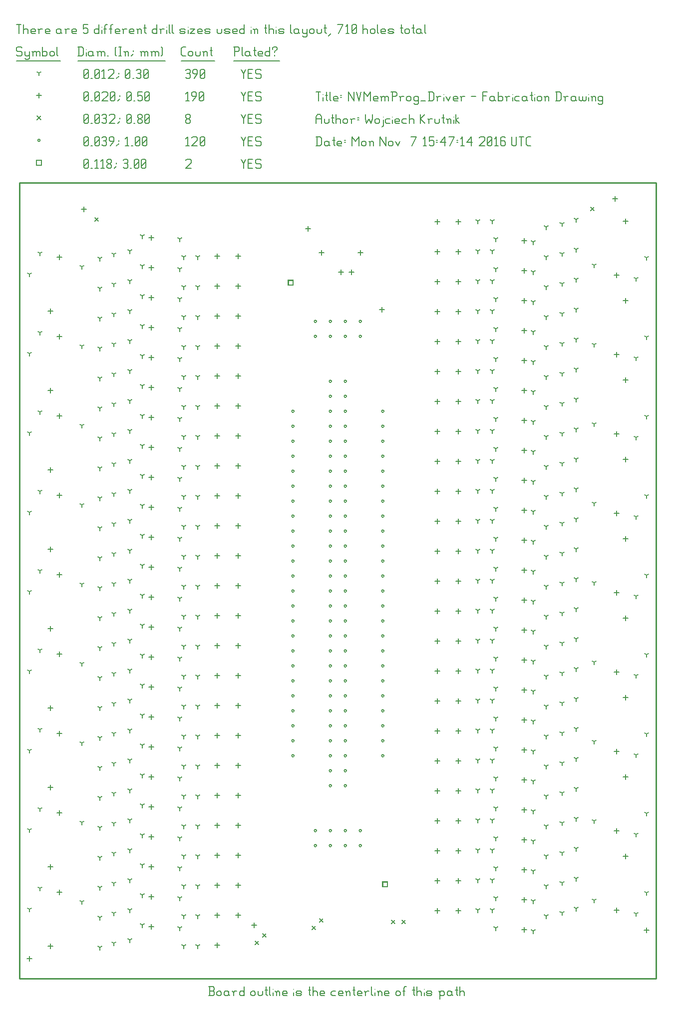
<source format=gbr>
G04 start of page 12 for group -3984 idx -3984 *
G04 Title: NVMemProg_Driver, fab *
G04 Creator: pcb 1.99z *
G04 CreationDate: Mon Nov  7 15:47:14 2016 UTC *
G04 For: wojtek *
G04 Format: Gerber/RS-274X *
G04 PCB-Dimensions (mil): 4291.34 5354.33 *
G04 PCB-Coordinate-Origin: lower left *
%MOIN*%
%FSLAX25Y25*%
%LNFAB*%
%ADD63C,0.0100*%
%ADD62C,0.0075*%
%ADD61C,0.0060*%
%ADD60R,0.0080X0.0080*%
G54D60*X244463Y66561D02*X247663D01*
X244463D02*Y63361D01*
X247663D01*
Y66561D02*Y63361D01*
X181471Y468135D02*X184671D01*
X181471D02*Y464935D01*
X184671D01*
Y468135D02*Y464935D01*
X13400Y548283D02*X16600D01*
X13400D02*Y545083D01*
X16600D01*
Y548283D02*Y545083D01*
G54D61*X150000Y548933D02*X151500Y545933D01*
X153000Y548933D01*
X151500Y545933D02*Y542933D01*
X154800Y546233D02*X157050D01*
X154800Y542933D02*X157800D01*
X154800Y548933D02*Y542933D01*
Y548933D02*X157800D01*
X162600D02*X163350Y548183D01*
X160350Y548933D02*X162600D01*
X159600Y548183D02*X160350Y548933D01*
X159600Y548183D02*Y546683D01*
X160350Y545933D01*
X162600D01*
X163350Y545183D01*
Y543683D01*
X162600Y542933D02*X163350Y543683D01*
X160350Y542933D02*X162600D01*
X159600Y543683D02*X160350Y542933D01*
X113000Y548183D02*X113750Y548933D01*
X116000D01*
X116750Y548183D01*
Y546683D01*
X113000Y542933D02*X116750Y546683D01*
X113000Y542933D02*X116750D01*
X45000Y543683D02*X45750Y542933D01*
X45000Y548183D02*Y543683D01*
Y548183D02*X45750Y548933D01*
X47250D01*
X48000Y548183D01*
Y543683D01*
X47250Y542933D02*X48000Y543683D01*
X45750Y542933D02*X47250D01*
X45000Y544433D02*X48000Y547433D01*
X49800Y542933D02*X50550D01*
X52350Y547733D02*X53550Y548933D01*
Y542933D01*
X52350D02*X54600D01*
X56400Y547733D02*X57600Y548933D01*
Y542933D01*
X56400D02*X58650D01*
X60450Y543683D02*X61200Y542933D01*
X60450Y544883D02*Y543683D01*
Y544883D02*X61500Y545933D01*
X62400D01*
X63450Y544883D01*
Y543683D01*
X62700Y542933D02*X63450Y543683D01*
X61200Y542933D02*X62700D01*
X60450Y546983D02*X61500Y545933D01*
X60450Y548183D02*Y546983D01*
Y548183D02*X61200Y548933D01*
X62700D01*
X63450Y548183D01*
Y546983D01*
X62400Y545933D02*X63450Y546983D01*
X65250Y542933D02*X66750Y544433D01*
Y546683D02*Y545933D01*
X71250Y548183D02*X72000Y548933D01*
X73500D01*
X74250Y548183D01*
X73500Y542933D02*X74250Y543683D01*
X72000Y542933D02*X73500D01*
X71250Y543683D02*X72000Y542933D01*
Y546233D02*X73500D01*
X74250Y548183D02*Y546983D01*
Y545483D02*Y543683D01*
Y545483D02*X73500Y546233D01*
X74250Y546983D02*X73500Y546233D01*
X76050Y542933D02*X76800D01*
X78600Y543683D02*X79350Y542933D01*
X78600Y548183D02*Y543683D01*
Y548183D02*X79350Y548933D01*
X80850D01*
X81600Y548183D01*
Y543683D01*
X80850Y542933D02*X81600Y543683D01*
X79350Y542933D02*X80850D01*
X78600Y544433D02*X81600Y547433D01*
X83400Y543683D02*X84150Y542933D01*
X83400Y548183D02*Y543683D01*
Y548183D02*X84150Y548933D01*
X85650D01*
X86400Y548183D01*
Y543683D01*
X85650Y542933D02*X86400Y543683D01*
X84150Y542933D02*X85650D01*
X83400Y544433D02*X86400Y547433D01*
X208767Y400748D02*G75*G03X210367Y400748I800J0D01*G01*
G75*G03X208767Y400748I-800J0D01*G01*
Y390748D02*G75*G03X210367Y390748I800J0D01*G01*
G75*G03X208767Y390748I-800J0D01*G01*
Y380748D02*G75*G03X210367Y380748I800J0D01*G01*
G75*G03X208767Y380748I-800J0D01*G01*
Y370748D02*G75*G03X210367Y370748I800J0D01*G01*
G75*G03X208767Y370748I-800J0D01*G01*
Y360748D02*G75*G03X210367Y360748I800J0D01*G01*
G75*G03X208767Y360748I-800J0D01*G01*
Y350748D02*G75*G03X210367Y350748I800J0D01*G01*
G75*G03X208767Y350748I-800J0D01*G01*
Y340748D02*G75*G03X210367Y340748I800J0D01*G01*
G75*G03X208767Y340748I-800J0D01*G01*
Y330748D02*G75*G03X210367Y330748I800J0D01*G01*
G75*G03X208767Y330748I-800J0D01*G01*
Y320748D02*G75*G03X210367Y320748I800J0D01*G01*
G75*G03X208767Y320748I-800J0D01*G01*
Y310748D02*G75*G03X210367Y310748I800J0D01*G01*
G75*G03X208767Y310748I-800J0D01*G01*
Y300748D02*G75*G03X210367Y300748I800J0D01*G01*
G75*G03X208767Y300748I-800J0D01*G01*
Y290748D02*G75*G03X210367Y290748I800J0D01*G01*
G75*G03X208767Y290748I-800J0D01*G01*
Y280748D02*G75*G03X210367Y280748I800J0D01*G01*
G75*G03X208767Y280748I-800J0D01*G01*
Y270748D02*G75*G03X210367Y270748I800J0D01*G01*
G75*G03X208767Y270748I-800J0D01*G01*
X218767Y260748D02*G75*G03X220367Y260748I800J0D01*G01*
G75*G03X218767Y260748I-800J0D01*G01*
Y250748D02*G75*G03X220367Y250748I800J0D01*G01*
G75*G03X218767Y250748I-800J0D01*G01*
Y240748D02*G75*G03X220367Y240748I800J0D01*G01*
G75*G03X218767Y240748I-800J0D01*G01*
Y230748D02*G75*G03X220367Y230748I800J0D01*G01*
G75*G03X218767Y230748I-800J0D01*G01*
Y220748D02*G75*G03X220367Y220748I800J0D01*G01*
G75*G03X218767Y220748I-800J0D01*G01*
Y210748D02*G75*G03X220367Y210748I800J0D01*G01*
G75*G03X218767Y210748I-800J0D01*G01*
Y200748D02*G75*G03X220367Y200748I800J0D01*G01*
G75*G03X218767Y200748I-800J0D01*G01*
Y190748D02*G75*G03X220367Y190748I800J0D01*G01*
G75*G03X218767Y190748I-800J0D01*G01*
Y180748D02*G75*G03X220367Y180748I800J0D01*G01*
G75*G03X218767Y180748I-800J0D01*G01*
Y170748D02*G75*G03X220367Y170748I800J0D01*G01*
G75*G03X218767Y170748I-800J0D01*G01*
Y160748D02*G75*G03X220367Y160748I800J0D01*G01*
G75*G03X218767Y160748I-800J0D01*G01*
Y150748D02*G75*G03X220367Y150748I800J0D01*G01*
G75*G03X218767Y150748I-800J0D01*G01*
Y140748D02*G75*G03X220367Y140748I800J0D01*G01*
G75*G03X218767Y140748I-800J0D01*G01*
Y130748D02*G75*G03X220367Y130748I800J0D01*G01*
G75*G03X218767Y130748I-800J0D01*G01*
Y400748D02*G75*G03X220367Y400748I800J0D01*G01*
G75*G03X218767Y400748I-800J0D01*G01*
Y390748D02*G75*G03X220367Y390748I800J0D01*G01*
G75*G03X218767Y390748I-800J0D01*G01*
Y380748D02*G75*G03X220367Y380748I800J0D01*G01*
G75*G03X218767Y380748I-800J0D01*G01*
Y370748D02*G75*G03X220367Y370748I800J0D01*G01*
G75*G03X218767Y370748I-800J0D01*G01*
Y360748D02*G75*G03X220367Y360748I800J0D01*G01*
G75*G03X218767Y360748I-800J0D01*G01*
Y350748D02*G75*G03X220367Y350748I800J0D01*G01*
G75*G03X218767Y350748I-800J0D01*G01*
Y340748D02*G75*G03X220367Y340748I800J0D01*G01*
G75*G03X218767Y340748I-800J0D01*G01*
Y330748D02*G75*G03X220367Y330748I800J0D01*G01*
G75*G03X218767Y330748I-800J0D01*G01*
Y320748D02*G75*G03X220367Y320748I800J0D01*G01*
G75*G03X218767Y320748I-800J0D01*G01*
Y310748D02*G75*G03X220367Y310748I800J0D01*G01*
G75*G03X218767Y310748I-800J0D01*G01*
Y300748D02*G75*G03X220367Y300748I800J0D01*G01*
G75*G03X218767Y300748I-800J0D01*G01*
Y290748D02*G75*G03X220367Y290748I800J0D01*G01*
G75*G03X218767Y290748I-800J0D01*G01*
Y280748D02*G75*G03X220367Y280748I800J0D01*G01*
G75*G03X218767Y280748I-800J0D01*G01*
Y270748D02*G75*G03X220367Y270748I800J0D01*G01*
G75*G03X218767Y270748I-800J0D01*G01*
X208767Y260748D02*G75*G03X210367Y260748I800J0D01*G01*
G75*G03X208767Y260748I-800J0D01*G01*
Y250748D02*G75*G03X210367Y250748I800J0D01*G01*
G75*G03X208767Y250748I-800J0D01*G01*
Y240748D02*G75*G03X210367Y240748I800J0D01*G01*
G75*G03X208767Y240748I-800J0D01*G01*
Y230748D02*G75*G03X210367Y230748I800J0D01*G01*
G75*G03X208767Y230748I-800J0D01*G01*
Y220748D02*G75*G03X210367Y220748I800J0D01*G01*
G75*G03X208767Y220748I-800J0D01*G01*
Y210748D02*G75*G03X210367Y210748I800J0D01*G01*
G75*G03X208767Y210748I-800J0D01*G01*
Y200748D02*G75*G03X210367Y200748I800J0D01*G01*
G75*G03X208767Y200748I-800J0D01*G01*
Y190748D02*G75*G03X210367Y190748I800J0D01*G01*
G75*G03X208767Y190748I-800J0D01*G01*
Y180748D02*G75*G03X210367Y180748I800J0D01*G01*
G75*G03X208767Y180748I-800J0D01*G01*
Y170748D02*G75*G03X210367Y170748I800J0D01*G01*
G75*G03X208767Y170748I-800J0D01*G01*
Y160748D02*G75*G03X210367Y160748I800J0D01*G01*
G75*G03X208767Y160748I-800J0D01*G01*
Y150748D02*G75*G03X210367Y150748I800J0D01*G01*
G75*G03X208767Y150748I-800J0D01*G01*
Y140748D02*G75*G03X210367Y140748I800J0D01*G01*
G75*G03X208767Y140748I-800J0D01*G01*
Y130748D02*G75*G03X210367Y130748I800J0D01*G01*
G75*G03X208767Y130748I-800J0D01*G01*
X198767Y440748D02*G75*G03X200367Y440748I800J0D01*G01*
G75*G03X198767Y440748I-800J0D01*G01*
Y430748D02*G75*G03X200367Y430748I800J0D01*G01*
G75*G03X198767Y430748I-800J0D01*G01*
X208767Y440748D02*G75*G03X210367Y440748I800J0D01*G01*
G75*G03X208767Y440748I-800J0D01*G01*
Y430748D02*G75*G03X210367Y430748I800J0D01*G01*
G75*G03X208767Y430748I-800J0D01*G01*
X218767Y440748D02*G75*G03X220367Y440748I800J0D01*G01*
G75*G03X218767Y440748I-800J0D01*G01*
Y430748D02*G75*G03X220367Y430748I800J0D01*G01*
G75*G03X218767Y430748I-800J0D01*G01*
X228767Y440748D02*G75*G03X230367Y440748I800J0D01*G01*
G75*G03X228767Y440748I-800J0D01*G01*
Y430748D02*G75*G03X230367Y430748I800J0D01*G01*
G75*G03X228767Y430748I-800J0D01*G01*
X198767Y100748D02*G75*G03X200367Y100748I800J0D01*G01*
G75*G03X198767Y100748I-800J0D01*G01*
Y90748D02*G75*G03X200367Y90748I800J0D01*G01*
G75*G03X198767Y90748I-800J0D01*G01*
X208767Y100748D02*G75*G03X210367Y100748I800J0D01*G01*
G75*G03X208767Y100748I-800J0D01*G01*
Y90748D02*G75*G03X210367Y90748I800J0D01*G01*
G75*G03X208767Y90748I-800J0D01*G01*
X218767Y100748D02*G75*G03X220367Y100748I800J0D01*G01*
G75*G03X218767Y100748I-800J0D01*G01*
Y90748D02*G75*G03X220367Y90748I800J0D01*G01*
G75*G03X218767Y90748I-800J0D01*G01*
X228767Y100748D02*G75*G03X230367Y100748I800J0D01*G01*
G75*G03X228767Y100748I-800J0D01*G01*
Y90748D02*G75*G03X230367Y90748I800J0D01*G01*
G75*G03X228767Y90748I-800J0D01*G01*
X183767Y380748D02*G75*G03X185367Y380748I800J0D01*G01*
G75*G03X183767Y380748I-800J0D01*G01*
Y370748D02*G75*G03X185367Y370748I800J0D01*G01*
G75*G03X183767Y370748I-800J0D01*G01*
Y360748D02*G75*G03X185367Y360748I800J0D01*G01*
G75*G03X183767Y360748I-800J0D01*G01*
Y350748D02*G75*G03X185367Y350748I800J0D01*G01*
G75*G03X183767Y350748I-800J0D01*G01*
Y340748D02*G75*G03X185367Y340748I800J0D01*G01*
G75*G03X183767Y340748I-800J0D01*G01*
Y330748D02*G75*G03X185367Y330748I800J0D01*G01*
G75*G03X183767Y330748I-800J0D01*G01*
Y320748D02*G75*G03X185367Y320748I800J0D01*G01*
G75*G03X183767Y320748I-800J0D01*G01*
Y310748D02*G75*G03X185367Y310748I800J0D01*G01*
G75*G03X183767Y310748I-800J0D01*G01*
Y300748D02*G75*G03X185367Y300748I800J0D01*G01*
G75*G03X183767Y300748I-800J0D01*G01*
Y290748D02*G75*G03X185367Y290748I800J0D01*G01*
G75*G03X183767Y290748I-800J0D01*G01*
Y280748D02*G75*G03X185367Y280748I800J0D01*G01*
G75*G03X183767Y280748I-800J0D01*G01*
Y270748D02*G75*G03X185367Y270748I800J0D01*G01*
G75*G03X183767Y270748I-800J0D01*G01*
Y260748D02*G75*G03X185367Y260748I800J0D01*G01*
G75*G03X183767Y260748I-800J0D01*G01*
Y250748D02*G75*G03X185367Y250748I800J0D01*G01*
G75*G03X183767Y250748I-800J0D01*G01*
Y240748D02*G75*G03X185367Y240748I800J0D01*G01*
G75*G03X183767Y240748I-800J0D01*G01*
Y230748D02*G75*G03X185367Y230748I800J0D01*G01*
G75*G03X183767Y230748I-800J0D01*G01*
Y220748D02*G75*G03X185367Y220748I800J0D01*G01*
G75*G03X183767Y220748I-800J0D01*G01*
Y210748D02*G75*G03X185367Y210748I800J0D01*G01*
G75*G03X183767Y210748I-800J0D01*G01*
Y190748D02*G75*G03X185367Y190748I800J0D01*G01*
G75*G03X183767Y190748I-800J0D01*G01*
Y200748D02*G75*G03X185367Y200748I800J0D01*G01*
G75*G03X183767Y200748I-800J0D01*G01*
Y180748D02*G75*G03X185367Y180748I800J0D01*G01*
G75*G03X183767Y180748I-800J0D01*G01*
Y170748D02*G75*G03X185367Y170748I800J0D01*G01*
G75*G03X183767Y170748I-800J0D01*G01*
Y160748D02*G75*G03X185367Y160748I800J0D01*G01*
G75*G03X183767Y160748I-800J0D01*G01*
Y150748D02*G75*G03X185367Y150748I800J0D01*G01*
G75*G03X183767Y150748I-800J0D01*G01*
X243767Y380748D02*G75*G03X245367Y380748I800J0D01*G01*
G75*G03X243767Y380748I-800J0D01*G01*
Y370748D02*G75*G03X245367Y370748I800J0D01*G01*
G75*G03X243767Y370748I-800J0D01*G01*
Y360748D02*G75*G03X245367Y360748I800J0D01*G01*
G75*G03X243767Y360748I-800J0D01*G01*
Y350748D02*G75*G03X245367Y350748I800J0D01*G01*
G75*G03X243767Y350748I-800J0D01*G01*
Y340748D02*G75*G03X245367Y340748I800J0D01*G01*
G75*G03X243767Y340748I-800J0D01*G01*
Y330748D02*G75*G03X245367Y330748I800J0D01*G01*
G75*G03X243767Y330748I-800J0D01*G01*
Y320748D02*G75*G03X245367Y320748I800J0D01*G01*
G75*G03X243767Y320748I-800J0D01*G01*
Y310748D02*G75*G03X245367Y310748I800J0D01*G01*
G75*G03X243767Y310748I-800J0D01*G01*
Y300748D02*G75*G03X245367Y300748I800J0D01*G01*
G75*G03X243767Y300748I-800J0D01*G01*
Y290748D02*G75*G03X245367Y290748I800J0D01*G01*
G75*G03X243767Y290748I-800J0D01*G01*
Y280748D02*G75*G03X245367Y280748I800J0D01*G01*
G75*G03X243767Y280748I-800J0D01*G01*
Y270748D02*G75*G03X245367Y270748I800J0D01*G01*
G75*G03X243767Y270748I-800J0D01*G01*
Y260748D02*G75*G03X245367Y260748I800J0D01*G01*
G75*G03X243767Y260748I-800J0D01*G01*
Y250748D02*G75*G03X245367Y250748I800J0D01*G01*
G75*G03X243767Y250748I-800J0D01*G01*
Y240748D02*G75*G03X245367Y240748I800J0D01*G01*
G75*G03X243767Y240748I-800J0D01*G01*
Y230748D02*G75*G03X245367Y230748I800J0D01*G01*
G75*G03X243767Y230748I-800J0D01*G01*
Y220748D02*G75*G03X245367Y220748I800J0D01*G01*
G75*G03X243767Y220748I-800J0D01*G01*
Y210748D02*G75*G03X245367Y210748I800J0D01*G01*
G75*G03X243767Y210748I-800J0D01*G01*
Y190748D02*G75*G03X245367Y190748I800J0D01*G01*
G75*G03X243767Y190748I-800J0D01*G01*
Y200748D02*G75*G03X245367Y200748I800J0D01*G01*
G75*G03X243767Y200748I-800J0D01*G01*
Y180748D02*G75*G03X245367Y180748I800J0D01*G01*
G75*G03X243767Y180748I-800J0D01*G01*
Y170748D02*G75*G03X245367Y170748I800J0D01*G01*
G75*G03X243767Y170748I-800J0D01*G01*
Y160748D02*G75*G03X245367Y160748I800J0D01*G01*
G75*G03X243767Y160748I-800J0D01*G01*
Y150748D02*G75*G03X245367Y150748I800J0D01*G01*
G75*G03X243767Y150748I-800J0D01*G01*
X14200Y561683D02*G75*G03X15800Y561683I800J0D01*G01*
G75*G03X14200Y561683I-800J0D01*G01*
X150000Y563933D02*X151500Y560933D01*
X153000Y563933D01*
X151500Y560933D02*Y557933D01*
X154800Y561233D02*X157050D01*
X154800Y557933D02*X157800D01*
X154800Y563933D02*Y557933D01*
Y563933D02*X157800D01*
X162600D02*X163350Y563183D01*
X160350Y563933D02*X162600D01*
X159600Y563183D02*X160350Y563933D01*
X159600Y563183D02*Y561683D01*
X160350Y560933D01*
X162600D01*
X163350Y560183D01*
Y558683D01*
X162600Y557933D02*X163350Y558683D01*
X160350Y557933D02*X162600D01*
X159600Y558683D02*X160350Y557933D01*
X113000Y562733D02*X114200Y563933D01*
Y557933D01*
X113000D02*X115250D01*
X117050Y563183D02*X117800Y563933D01*
X120050D01*
X120800Y563183D01*
Y561683D01*
X117050Y557933D02*X120800Y561683D01*
X117050Y557933D02*X120800D01*
X122600Y558683D02*X123350Y557933D01*
X122600Y563183D02*Y558683D01*
Y563183D02*X123350Y563933D01*
X124850D01*
X125600Y563183D01*
Y558683D01*
X124850Y557933D02*X125600Y558683D01*
X123350Y557933D02*X124850D01*
X122600Y559433D02*X125600Y562433D01*
X45000Y558683D02*X45750Y557933D01*
X45000Y563183D02*Y558683D01*
Y563183D02*X45750Y563933D01*
X47250D01*
X48000Y563183D01*
Y558683D01*
X47250Y557933D02*X48000Y558683D01*
X45750Y557933D02*X47250D01*
X45000Y559433D02*X48000Y562433D01*
X49800Y557933D02*X50550D01*
X52350Y558683D02*X53100Y557933D01*
X52350Y563183D02*Y558683D01*
Y563183D02*X53100Y563933D01*
X54600D01*
X55350Y563183D01*
Y558683D01*
X54600Y557933D02*X55350Y558683D01*
X53100Y557933D02*X54600D01*
X52350Y559433D02*X55350Y562433D01*
X57150Y563183D02*X57900Y563933D01*
X59400D01*
X60150Y563183D01*
X59400Y557933D02*X60150Y558683D01*
X57900Y557933D02*X59400D01*
X57150Y558683D02*X57900Y557933D01*
Y561233D02*X59400D01*
X60150Y563183D02*Y561983D01*
Y560483D02*Y558683D01*
Y560483D02*X59400Y561233D01*
X60150Y561983D02*X59400Y561233D01*
X62700Y557933D02*X64950Y560933D01*
Y563183D02*Y560933D01*
X64200Y563933D02*X64950Y563183D01*
X62700Y563933D02*X64200D01*
X61950Y563183D02*X62700Y563933D01*
X61950Y563183D02*Y561683D01*
X62700Y560933D01*
X64950D01*
X66750Y557933D02*X68250Y559433D01*
Y561683D02*Y560933D01*
X72750Y562733D02*X73950Y563933D01*
Y557933D01*
X72750D02*X75000D01*
X76800D02*X77550D01*
X79350Y558683D02*X80100Y557933D01*
X79350Y563183D02*Y558683D01*
Y563183D02*X80100Y563933D01*
X81600D01*
X82350Y563183D01*
Y558683D01*
X81600Y557933D02*X82350Y558683D01*
X80100Y557933D02*X81600D01*
X79350Y559433D02*X82350Y562433D01*
X84150Y558683D02*X84900Y557933D01*
X84150Y563183D02*Y558683D01*
Y563183D02*X84900Y563933D01*
X86400D01*
X87150Y563183D01*
Y558683D01*
X86400Y557933D02*X87150Y558683D01*
X84900Y557933D02*X86400D01*
X84150Y559433D02*X87150Y562433D01*
X383367Y516948D02*X385767Y514548D01*
X383367D02*X385767Y516948D01*
X52367Y509948D02*X54767Y507548D01*
X52367D02*X54767Y509948D01*
X250367Y40948D02*X252767Y38548D01*
X250367D02*X252767Y40948D01*
X257367D02*X259767Y38548D01*
X257367D02*X259767Y40948D01*
X159367Y26948D02*X161767Y24548D01*
X159367D02*X161767Y26948D01*
X164367Y31948D02*X166767Y29548D01*
X164367D02*X166767Y31948D01*
X197367Y36948D02*X199767Y34548D01*
X197367D02*X199767Y36948D01*
X202367Y41948D02*X204767Y39548D01*
X202367D02*X204767Y41948D01*
X13800Y577883D02*X16200Y575483D01*
X13800D02*X16200Y577883D01*
X150000Y578933D02*X151500Y575933D01*
X153000Y578933D01*
X151500Y575933D02*Y572933D01*
X154800Y576233D02*X157050D01*
X154800Y572933D02*X157800D01*
X154800Y578933D02*Y572933D01*
Y578933D02*X157800D01*
X162600D02*X163350Y578183D01*
X160350Y578933D02*X162600D01*
X159600Y578183D02*X160350Y578933D01*
X159600Y578183D02*Y576683D01*
X160350Y575933D01*
X162600D01*
X163350Y575183D01*
Y573683D01*
X162600Y572933D02*X163350Y573683D01*
X160350Y572933D02*X162600D01*
X159600Y573683D02*X160350Y572933D01*
X113000Y573683D02*X113750Y572933D01*
X113000Y574883D02*Y573683D01*
Y574883D02*X114050Y575933D01*
X114950D01*
X116000Y574883D01*
Y573683D01*
X115250Y572933D02*X116000Y573683D01*
X113750Y572933D02*X115250D01*
X113000Y576983D02*X114050Y575933D01*
X113000Y578183D02*Y576983D01*
Y578183D02*X113750Y578933D01*
X115250D01*
X116000Y578183D01*
Y576983D01*
X114950Y575933D02*X116000Y576983D01*
X45000Y573683D02*X45750Y572933D01*
X45000Y578183D02*Y573683D01*
Y578183D02*X45750Y578933D01*
X47250D01*
X48000Y578183D01*
Y573683D01*
X47250Y572933D02*X48000Y573683D01*
X45750Y572933D02*X47250D01*
X45000Y574433D02*X48000Y577433D01*
X49800Y572933D02*X50550D01*
X52350Y573683D02*X53100Y572933D01*
X52350Y578183D02*Y573683D01*
Y578183D02*X53100Y578933D01*
X54600D01*
X55350Y578183D01*
Y573683D01*
X54600Y572933D02*X55350Y573683D01*
X53100Y572933D02*X54600D01*
X52350Y574433D02*X55350Y577433D01*
X57150Y578183D02*X57900Y578933D01*
X59400D01*
X60150Y578183D01*
X59400Y572933D02*X60150Y573683D01*
X57900Y572933D02*X59400D01*
X57150Y573683D02*X57900Y572933D01*
Y576233D02*X59400D01*
X60150Y578183D02*Y576983D01*
Y575483D02*Y573683D01*
Y575483D02*X59400Y576233D01*
X60150Y576983D02*X59400Y576233D01*
X61950Y578183D02*X62700Y578933D01*
X64950D01*
X65700Y578183D01*
Y576683D01*
X61950Y572933D02*X65700Y576683D01*
X61950Y572933D02*X65700D01*
X67500D02*X69000Y574433D01*
Y576683D02*Y575933D01*
X73500Y573683D02*X74250Y572933D01*
X73500Y578183D02*Y573683D01*
Y578183D02*X74250Y578933D01*
X75750D01*
X76500Y578183D01*
Y573683D01*
X75750Y572933D02*X76500Y573683D01*
X74250Y572933D02*X75750D01*
X73500Y574433D02*X76500Y577433D01*
X78300Y572933D02*X79050D01*
X80850Y573683D02*X81600Y572933D01*
X80850Y574883D02*Y573683D01*
Y574883D02*X81900Y575933D01*
X82800D01*
X83850Y574883D01*
Y573683D01*
X83100Y572933D02*X83850Y573683D01*
X81600Y572933D02*X83100D01*
X80850Y576983D02*X81900Y575933D01*
X80850Y578183D02*Y576983D01*
Y578183D02*X81600Y578933D01*
X83100D01*
X83850Y578183D01*
Y576983D01*
X82800Y575933D02*X83850Y576983D01*
X85650Y573683D02*X86400Y572933D01*
X85650Y578183D02*Y573683D01*
Y578183D02*X86400Y578933D01*
X87900D01*
X88650Y578183D01*
Y573683D01*
X87900Y572933D02*X88650Y573683D01*
X86400Y572933D02*X87900D01*
X85650Y574433D02*X88650Y577433D01*
X134067Y485848D02*Y482648D01*
X132467Y484248D02*X135667D01*
X134067Y465848D02*Y462648D01*
X132467Y464248D02*X135667D01*
X134067Y445848D02*Y442648D01*
X132467Y444248D02*X135667D01*
X134067Y425848D02*Y422648D01*
X132467Y424248D02*X135667D01*
X134067Y405848D02*Y402648D01*
X132467Y404248D02*X135667D01*
X134067Y385848D02*Y382648D01*
X132467Y384248D02*X135667D01*
X134067Y365848D02*Y362648D01*
X132467Y364248D02*X135667D01*
X134067Y345848D02*Y342648D01*
X132467Y344248D02*X135667D01*
X134067Y325848D02*Y322648D01*
X132467Y324248D02*X135667D01*
X134067Y305848D02*Y302648D01*
X132467Y304248D02*X135667D01*
X134067Y285848D02*Y282648D01*
X132467Y284248D02*X135667D01*
X134067Y265848D02*Y262648D01*
X132467Y264248D02*X135667D01*
X134067Y245848D02*Y242648D01*
X132467Y244248D02*X135667D01*
X134067Y225848D02*Y222648D01*
X132467Y224248D02*X135667D01*
X134067Y205848D02*Y202648D01*
X132467Y204248D02*X135667D01*
X134067Y185848D02*Y182648D01*
X132467Y184248D02*X135667D01*
X134067Y165848D02*Y162648D01*
X132467Y164248D02*X135667D01*
X134067Y145848D02*Y142648D01*
X132467Y144248D02*X135667D01*
X134067Y125848D02*Y122648D01*
X132467Y124248D02*X135667D01*
X134067Y105848D02*Y102648D01*
X132467Y104248D02*X135667D01*
X134067Y85848D02*Y82648D01*
X132467Y84248D02*X135667D01*
X134067Y65848D02*Y62648D01*
X132467Y64248D02*X135667D01*
X134067Y45848D02*Y42648D01*
X132467Y44248D02*X135667D01*
X134067Y25848D02*Y22648D01*
X132467Y24248D02*X135667D01*
X90067Y498348D02*Y495148D01*
X88467Y496748D02*X91667D01*
X90067Y478348D02*Y475148D01*
X88467Y476748D02*X91667D01*
X90067Y458348D02*Y455148D01*
X88467Y456748D02*X91667D01*
X90067Y438348D02*Y435148D01*
X88467Y436748D02*X91667D01*
X90067Y418348D02*Y415148D01*
X88467Y416748D02*X91667D01*
X90067Y398348D02*Y395148D01*
X88467Y396748D02*X91667D01*
X90067Y378348D02*Y375148D01*
X88467Y376748D02*X91667D01*
X90067Y358348D02*Y355148D01*
X88467Y356748D02*X91667D01*
X90067Y338348D02*Y335148D01*
X88467Y336748D02*X91667D01*
X90067Y318348D02*Y315148D01*
X88467Y316748D02*X91667D01*
X90067Y298348D02*Y295148D01*
X88467Y296748D02*X91667D01*
X90067Y278348D02*Y275148D01*
X88467Y276748D02*X91667D01*
X90067Y258348D02*Y255148D01*
X88467Y256748D02*X91667D01*
X90067Y238348D02*Y235148D01*
X88467Y236748D02*X91667D01*
X90067Y218348D02*Y215148D01*
X88467Y216748D02*X91667D01*
X90067Y198348D02*Y195148D01*
X88467Y196748D02*X91667D01*
X90067Y178348D02*Y175148D01*
X88467Y176748D02*X91667D01*
X90067Y158348D02*Y155148D01*
X88467Y156748D02*X91667D01*
X90067Y138348D02*Y135148D01*
X88467Y136748D02*X91667D01*
X90067Y118348D02*Y115148D01*
X88467Y116748D02*X91667D01*
X90067Y98348D02*Y95148D01*
X88467Y96748D02*X91667D01*
X90067Y78348D02*Y75148D01*
X88467Y76748D02*X91667D01*
X90067Y58348D02*Y55148D01*
X88467Y56748D02*X91667D01*
X90067Y38348D02*Y35148D01*
X88467Y36748D02*X91667D01*
X148067Y485848D02*Y482648D01*
X146467Y484248D02*X149667D01*
X148067Y465848D02*Y462648D01*
X146467Y464248D02*X149667D01*
X148067Y445848D02*Y442648D01*
X146467Y444248D02*X149667D01*
X148067Y425848D02*Y422648D01*
X146467Y424248D02*X149667D01*
X148067Y405848D02*Y402648D01*
X146467Y404248D02*X149667D01*
X148067Y385848D02*Y382648D01*
X146467Y384248D02*X149667D01*
X148067Y365848D02*Y362648D01*
X146467Y364248D02*X149667D01*
X148067Y345848D02*Y342648D01*
X146467Y344248D02*X149667D01*
X148067Y325848D02*Y322648D01*
X146467Y324248D02*X149667D01*
X148067Y305848D02*Y302648D01*
X146467Y304248D02*X149667D01*
X148067Y285848D02*Y282648D01*
X146467Y284248D02*X149667D01*
X148067Y265848D02*Y262648D01*
X146467Y264248D02*X149667D01*
X148067Y245848D02*Y242648D01*
X146467Y244248D02*X149667D01*
X148067Y225848D02*Y222648D01*
X146467Y224248D02*X149667D01*
X148067Y205848D02*Y202648D01*
X146467Y204248D02*X149667D01*
X148067Y185848D02*Y182648D01*
X146467Y184248D02*X149667D01*
X148067Y165848D02*Y162648D01*
X146467Y164248D02*X149667D01*
X148067Y145848D02*Y142648D01*
X146467Y144248D02*X149667D01*
X148067Y125848D02*Y122648D01*
X146467Y124248D02*X149667D01*
X148067Y105848D02*Y102648D01*
X146467Y104248D02*X149667D01*
X148067Y85848D02*Y82648D01*
X146467Y84248D02*X149667D01*
X148067Y65848D02*Y62648D01*
X146467Y64248D02*X149667D01*
X148067Y45848D02*Y42648D01*
X146467Y44248D02*X149667D01*
X281067Y508848D02*Y505648D01*
X279467Y507248D02*X282667D01*
X281067Y488848D02*Y485648D01*
X279467Y487248D02*X282667D01*
X281067Y468848D02*Y465648D01*
X279467Y467248D02*X282667D01*
X281067Y448848D02*Y445648D01*
X279467Y447248D02*X282667D01*
X281067Y428848D02*Y425648D01*
X279467Y427248D02*X282667D01*
X281067Y408848D02*Y405648D01*
X279467Y407248D02*X282667D01*
X281067Y388848D02*Y385648D01*
X279467Y387248D02*X282667D01*
X281067Y368848D02*Y365648D01*
X279467Y367248D02*X282667D01*
X281067Y348848D02*Y345648D01*
X279467Y347248D02*X282667D01*
X281067Y328848D02*Y325648D01*
X279467Y327248D02*X282667D01*
X281067Y308848D02*Y305648D01*
X279467Y307248D02*X282667D01*
X281067Y288848D02*Y285648D01*
X279467Y287248D02*X282667D01*
X281067Y268848D02*Y265648D01*
X279467Y267248D02*X282667D01*
X281067Y248848D02*Y245648D01*
X279467Y247248D02*X282667D01*
X281067Y228848D02*Y225648D01*
X279467Y227248D02*X282667D01*
X281067Y208848D02*Y205648D01*
X279467Y207248D02*X282667D01*
X281067Y188848D02*Y185648D01*
X279467Y187248D02*X282667D01*
X281067Y168848D02*Y165648D01*
X279467Y167248D02*X282667D01*
X281067Y148848D02*Y145648D01*
X279467Y147248D02*X282667D01*
X281067Y128848D02*Y125648D01*
X279467Y127248D02*X282667D01*
X281067Y108848D02*Y105648D01*
X279467Y107248D02*X282667D01*
X281067Y88848D02*Y85648D01*
X279467Y87248D02*X282667D01*
X281067Y68848D02*Y65648D01*
X279467Y67248D02*X282667D01*
X281067Y48848D02*Y45648D01*
X279467Y47248D02*X282667D01*
X339067Y496348D02*Y493148D01*
X337467Y494748D02*X340667D01*
X339067Y476348D02*Y473148D01*
X337467Y474748D02*X340667D01*
X339067Y456348D02*Y453148D01*
X337467Y454748D02*X340667D01*
X339067Y436348D02*Y433148D01*
X337467Y434748D02*X340667D01*
X339067Y416348D02*Y413148D01*
X337467Y414748D02*X340667D01*
X339067Y396348D02*Y393148D01*
X337467Y394748D02*X340667D01*
X339067Y376348D02*Y373148D01*
X337467Y374748D02*X340667D01*
X339067Y356348D02*Y353148D01*
X337467Y354748D02*X340667D01*
X339067Y336348D02*Y333148D01*
X337467Y334748D02*X340667D01*
X339067Y316348D02*Y313148D01*
X337467Y314748D02*X340667D01*
X339067Y296348D02*Y293148D01*
X337467Y294748D02*X340667D01*
X339067Y276348D02*Y273148D01*
X337467Y274748D02*X340667D01*
X339067Y256348D02*Y253148D01*
X337467Y254748D02*X340667D01*
X339067Y236348D02*Y233148D01*
X337467Y234748D02*X340667D01*
X339067Y216348D02*Y213148D01*
X337467Y214748D02*X340667D01*
X339067Y196348D02*Y193148D01*
X337467Y194748D02*X340667D01*
X339067Y176348D02*Y173148D01*
X337467Y174748D02*X340667D01*
X339067Y156348D02*Y153148D01*
X337467Y154748D02*X340667D01*
X339067Y136348D02*Y133148D01*
X337467Y134748D02*X340667D01*
X339067Y116348D02*Y113148D01*
X337467Y114748D02*X340667D01*
X339067Y96348D02*Y93148D01*
X337467Y94748D02*X340667D01*
X339067Y76348D02*Y73148D01*
X337467Y74748D02*X340667D01*
X339067Y56348D02*Y53148D01*
X337467Y54748D02*X340667D01*
X339067Y36348D02*Y33148D01*
X337467Y34748D02*X340667D01*
X295067Y508848D02*Y505648D01*
X293467Y507248D02*X296667D01*
X295067Y488848D02*Y485648D01*
X293467Y487248D02*X296667D01*
X295067Y468848D02*Y465648D01*
X293467Y467248D02*X296667D01*
X295067Y448848D02*Y445648D01*
X293467Y447248D02*X296667D01*
X295067Y428848D02*Y425648D01*
X293467Y427248D02*X296667D01*
X295067Y408848D02*Y405648D01*
X293467Y407248D02*X296667D01*
X295067Y388848D02*Y385648D01*
X293467Y387248D02*X296667D01*
X295067Y368848D02*Y365648D01*
X293467Y367248D02*X296667D01*
X295067Y348848D02*Y345648D01*
X293467Y347248D02*X296667D01*
X295067Y328848D02*Y325648D01*
X293467Y327248D02*X296667D01*
X295067Y308848D02*Y305648D01*
X293467Y307248D02*X296667D01*
X295067Y288848D02*Y285648D01*
X293467Y287248D02*X296667D01*
X295067Y268848D02*Y265648D01*
X293467Y267248D02*X296667D01*
X295067Y248848D02*Y245648D01*
X293467Y247248D02*X296667D01*
X295067Y228848D02*Y225648D01*
X293467Y227248D02*X296667D01*
X295067Y208848D02*Y205648D01*
X293467Y207248D02*X296667D01*
X295067Y188848D02*Y185648D01*
X293467Y187248D02*X296667D01*
X295067Y168848D02*Y165648D01*
X293467Y167248D02*X296667D01*
X295067Y148848D02*Y145648D01*
X293467Y147248D02*X296667D01*
X295067Y128848D02*Y125648D01*
X293467Y127248D02*X296667D01*
X295067Y108848D02*Y105648D01*
X293467Y107248D02*X296667D01*
X295067Y88848D02*Y85648D01*
X293467Y87248D02*X296667D01*
X295067Y68848D02*Y65648D01*
X293467Y67248D02*X296667D01*
X295067Y48848D02*Y45648D01*
X293467Y47248D02*X296667D01*
X28567Y485348D02*Y482148D01*
X26967Y483748D02*X30167D01*
X28567Y326348D02*Y323148D01*
X26967Y324748D02*X30167D01*
X28567Y167348D02*Y164148D01*
X26967Y165748D02*X30167D01*
X28567Y432348D02*Y429148D01*
X26967Y430748D02*X30167D01*
X28567Y273348D02*Y270148D01*
X26967Y271748D02*X30167D01*
X28567Y114348D02*Y111148D01*
X26967Y112748D02*X30167D01*
X28567Y379348D02*Y376148D01*
X26967Y377748D02*X30167D01*
X28567Y220348D02*Y217148D01*
X26967Y218748D02*X30167D01*
X28567Y61348D02*Y58148D01*
X26967Y59748D02*X30167D01*
X22567Y449348D02*Y446148D01*
X20967Y447748D02*X24167D01*
X22567Y290348D02*Y287148D01*
X20967Y288748D02*X24167D01*
X22567Y131348D02*Y128148D01*
X20967Y129748D02*X24167D01*
X22567Y396348D02*Y393148D01*
X20967Y394748D02*X24167D01*
X22567Y237348D02*Y234148D01*
X20967Y235748D02*X24167D01*
X22567Y78348D02*Y75148D01*
X20967Y76748D02*X24167D01*
X22567Y343348D02*Y340148D01*
X20967Y341748D02*X24167D01*
X22567Y184348D02*Y181148D01*
X20967Y182748D02*X24167D01*
X22567Y25348D02*Y22148D01*
X20967Y23748D02*X24167D01*
X400567Y49348D02*Y46148D01*
X398967Y47748D02*X402167D01*
X400567Y208348D02*Y205148D01*
X398967Y206748D02*X402167D01*
X400567Y367348D02*Y364148D01*
X398967Y365748D02*X402167D01*
X400567Y102348D02*Y99148D01*
X398967Y100748D02*X402167D01*
X400567Y261348D02*Y258148D01*
X398967Y259748D02*X402167D01*
X400567Y420348D02*Y417148D01*
X398967Y418748D02*X402167D01*
X400567Y155348D02*Y152148D01*
X398967Y153748D02*X402167D01*
X400567Y314348D02*Y311148D01*
X398967Y312748D02*X402167D01*
X400567Y473348D02*Y470148D01*
X398967Y471748D02*X402167D01*
X406567Y85348D02*Y82148D01*
X404967Y83748D02*X408167D01*
X406567Y244348D02*Y241148D01*
X404967Y242748D02*X408167D01*
X406567Y403348D02*Y400148D01*
X404967Y401748D02*X408167D01*
X406567Y138348D02*Y135148D01*
X404967Y136748D02*X408167D01*
X406567Y297348D02*Y294148D01*
X404967Y295748D02*X408167D01*
X406567Y456348D02*Y453148D01*
X404967Y454748D02*X408167D01*
X406567Y191348D02*Y188148D01*
X404967Y189748D02*X408167D01*
X406567Y350348D02*Y347148D01*
X404967Y348748D02*X408167D01*
X406567Y509348D02*Y506148D01*
X404967Y507748D02*X408167D01*
X420567Y35848D02*Y32648D01*
X418967Y34248D02*X422167D01*
X8567Y16848D02*Y13648D01*
X6967Y15248D02*X10167D01*
X158567Y39348D02*Y36148D01*
X156967Y37748D02*X160167D01*
X399567Y524348D02*Y521148D01*
X397967Y522748D02*X401167D01*
X45067Y517348D02*Y514148D01*
X43467Y515748D02*X46667D01*
X244067Y450348D02*Y447148D01*
X242467Y448748D02*X245667D01*
X229567Y488348D02*Y485148D01*
X227967Y486748D02*X231167D01*
X216567Y475348D02*Y472148D01*
X214967Y473748D02*X218167D01*
X223567Y475348D02*Y472148D01*
X221967Y473748D02*X225167D01*
X194567Y504348D02*Y501148D01*
X192967Y502748D02*X196167D01*
X203567Y488348D02*Y485148D01*
X201967Y486748D02*X205167D01*
X15000Y593283D02*Y590083D01*
X13400Y591683D02*X16600D01*
X150000Y593933D02*X151500Y590933D01*
X153000Y593933D01*
X151500Y590933D02*Y587933D01*
X154800Y591233D02*X157050D01*
X154800Y587933D02*X157800D01*
X154800Y593933D02*Y587933D01*
Y593933D02*X157800D01*
X162600D02*X163350Y593183D01*
X160350Y593933D02*X162600D01*
X159600Y593183D02*X160350Y593933D01*
X159600Y593183D02*Y591683D01*
X160350Y590933D01*
X162600D01*
X163350Y590183D01*
Y588683D01*
X162600Y587933D02*X163350Y588683D01*
X160350Y587933D02*X162600D01*
X159600Y588683D02*X160350Y587933D01*
X113000Y592733D02*X114200Y593933D01*
Y587933D01*
X113000D02*X115250D01*
X117800D02*X120050Y590933D01*
Y593183D02*Y590933D01*
X119300Y593933D02*X120050Y593183D01*
X117800Y593933D02*X119300D01*
X117050Y593183D02*X117800Y593933D01*
X117050Y593183D02*Y591683D01*
X117800Y590933D01*
X120050D01*
X121850Y588683D02*X122600Y587933D01*
X121850Y593183D02*Y588683D01*
Y593183D02*X122600Y593933D01*
X124100D01*
X124850Y593183D01*
Y588683D01*
X124100Y587933D02*X124850Y588683D01*
X122600Y587933D02*X124100D01*
X121850Y589433D02*X124850Y592433D01*
X45000Y588683D02*X45750Y587933D01*
X45000Y593183D02*Y588683D01*
Y593183D02*X45750Y593933D01*
X47250D01*
X48000Y593183D01*
Y588683D01*
X47250Y587933D02*X48000Y588683D01*
X45750Y587933D02*X47250D01*
X45000Y589433D02*X48000Y592433D01*
X49800Y587933D02*X50550D01*
X52350Y588683D02*X53100Y587933D01*
X52350Y593183D02*Y588683D01*
Y593183D02*X53100Y593933D01*
X54600D01*
X55350Y593183D01*
Y588683D01*
X54600Y587933D02*X55350Y588683D01*
X53100Y587933D02*X54600D01*
X52350Y589433D02*X55350Y592433D01*
X57150Y593183D02*X57900Y593933D01*
X60150D01*
X60900Y593183D01*
Y591683D01*
X57150Y587933D02*X60900Y591683D01*
X57150Y587933D02*X60900D01*
X62700Y588683D02*X63450Y587933D01*
X62700Y593183D02*Y588683D01*
Y593183D02*X63450Y593933D01*
X64950D01*
X65700Y593183D01*
Y588683D01*
X64950Y587933D02*X65700Y588683D01*
X63450Y587933D02*X64950D01*
X62700Y589433D02*X65700Y592433D01*
X67500Y587933D02*X69000Y589433D01*
Y591683D02*Y590933D01*
X73500Y588683D02*X74250Y587933D01*
X73500Y593183D02*Y588683D01*
Y593183D02*X74250Y593933D01*
X75750D01*
X76500Y593183D01*
Y588683D01*
X75750Y587933D02*X76500Y588683D01*
X74250Y587933D02*X75750D01*
X73500Y589433D02*X76500Y592433D01*
X78300Y587933D02*X79050D01*
X80850Y593933D02*X83850D01*
X80850D02*Y590933D01*
X81600Y591683D01*
X83100D01*
X83850Y590933D01*
Y588683D01*
X83100Y587933D02*X83850Y588683D01*
X81600Y587933D02*X83100D01*
X80850Y588683D02*X81600Y587933D01*
X85650Y588683D02*X86400Y587933D01*
X85650Y593183D02*Y588683D01*
Y593183D02*X86400Y593933D01*
X87900D01*
X88650Y593183D01*
Y588683D01*
X87900Y587933D02*X88650Y588683D01*
X86400Y587933D02*X87900D01*
X85650Y589433D02*X88650Y592433D01*
X75567Y487748D02*Y486148D01*
Y487748D02*X76954Y488548D01*
X75567Y487748D02*X74180Y488548D01*
X75567Y467748D02*Y466148D01*
Y467748D02*X76954Y468548D01*
X75567Y467748D02*X74180Y468548D01*
X75567Y447748D02*Y446148D01*
Y447748D02*X76954Y448548D01*
X75567Y447748D02*X74180Y448548D01*
X75567Y427748D02*Y426148D01*
Y427748D02*X76954Y428548D01*
X75567Y427748D02*X74180Y428548D01*
X75567Y407748D02*Y406148D01*
Y407748D02*X76954Y408548D01*
X75567Y407748D02*X74180Y408548D01*
X75567Y387748D02*Y386148D01*
Y387748D02*X76954Y388548D01*
X75567Y387748D02*X74180Y388548D01*
X75567Y367748D02*Y366148D01*
Y367748D02*X76954Y368548D01*
X75567Y367748D02*X74180Y368548D01*
X75567Y347748D02*Y346148D01*
Y347748D02*X76954Y348548D01*
X75567Y347748D02*X74180Y348548D01*
X75567Y327748D02*Y326148D01*
Y327748D02*X76954Y328548D01*
X75567Y327748D02*X74180Y328548D01*
X75567Y307748D02*Y306148D01*
Y307748D02*X76954Y308548D01*
X75567Y307748D02*X74180Y308548D01*
X75567Y287748D02*Y286148D01*
Y287748D02*X76954Y288548D01*
X75567Y287748D02*X74180Y288548D01*
X75567Y267748D02*Y266148D01*
Y267748D02*X76954Y268548D01*
X75567Y267748D02*X74180Y268548D01*
X75567Y247748D02*Y246148D01*
Y247748D02*X76954Y248548D01*
X75567Y247748D02*X74180Y248548D01*
X75567Y227748D02*Y226148D01*
Y227748D02*X76954Y228548D01*
X75567Y227748D02*X74180Y228548D01*
X75567Y207748D02*Y206148D01*
Y207748D02*X76954Y208548D01*
X75567Y207748D02*X74180Y208548D01*
X75567Y187748D02*Y186148D01*
Y187748D02*X76954Y188548D01*
X75567Y187748D02*X74180Y188548D01*
X75567Y167748D02*Y166148D01*
Y167748D02*X76954Y168548D01*
X75567Y167748D02*X74180Y168548D01*
X75567Y147748D02*Y146148D01*
Y147748D02*X76954Y148548D01*
X75567Y147748D02*X74180Y148548D01*
X75567Y127748D02*Y126148D01*
Y127748D02*X76954Y128548D01*
X75567Y127748D02*X74180Y128548D01*
X75567Y107748D02*Y106148D01*
Y107748D02*X76954Y108548D01*
X75567Y107748D02*X74180Y108548D01*
X75567Y87748D02*Y86148D01*
Y87748D02*X76954Y88548D01*
X75567Y87748D02*X74180Y88548D01*
X75567Y67748D02*Y66148D01*
Y67748D02*X76954Y68548D01*
X75567Y67748D02*X74180Y68548D01*
X75567Y47748D02*Y46148D01*
Y47748D02*X76954Y48548D01*
X75567Y47748D02*X74180Y48548D01*
X75567Y27748D02*Y26148D01*
Y27748D02*X76954Y28548D01*
X75567Y27748D02*X74180Y28548D01*
X64967Y485648D02*Y484048D01*
Y485648D02*X66354Y486448D01*
X64967Y485648D02*X63580Y486448D01*
X64967Y465648D02*Y464048D01*
Y465648D02*X66354Y466448D01*
X64967Y465648D02*X63580Y466448D01*
X64967Y445648D02*Y444048D01*
Y445648D02*X66354Y446448D01*
X64967Y445648D02*X63580Y446448D01*
X64967Y425648D02*Y424048D01*
Y425648D02*X66354Y426448D01*
X64967Y425648D02*X63580Y426448D01*
X64967Y405648D02*Y404048D01*
Y405648D02*X66354Y406448D01*
X64967Y405648D02*X63580Y406448D01*
X64967Y385648D02*Y384048D01*
Y385648D02*X66354Y386448D01*
X64967Y385648D02*X63580Y386448D01*
X64967Y365648D02*Y364048D01*
Y365648D02*X66354Y366448D01*
X64967Y365648D02*X63580Y366448D01*
X64967Y345648D02*Y344048D01*
Y345648D02*X66354Y346448D01*
X64967Y345648D02*X63580Y346448D01*
X64967Y325648D02*Y324048D01*
Y325648D02*X66354Y326448D01*
X64967Y325648D02*X63580Y326448D01*
X64967Y305648D02*Y304048D01*
Y305648D02*X66354Y306448D01*
X64967Y305648D02*X63580Y306448D01*
X64967Y285648D02*Y284048D01*
Y285648D02*X66354Y286448D01*
X64967Y285648D02*X63580Y286448D01*
X64967Y265648D02*Y264048D01*
Y265648D02*X66354Y266448D01*
X64967Y265648D02*X63580Y266448D01*
X64967Y245648D02*Y244048D01*
Y245648D02*X66354Y246448D01*
X64967Y245648D02*X63580Y246448D01*
X64967Y225648D02*Y224048D01*
Y225648D02*X66354Y226448D01*
X64967Y225648D02*X63580Y226448D01*
X64967Y205648D02*Y204048D01*
Y205648D02*X66354Y206448D01*
X64967Y205648D02*X63580Y206448D01*
X64967Y185648D02*Y184048D01*
Y185648D02*X66354Y186448D01*
X64967Y185648D02*X63580Y186448D01*
X64967Y165648D02*Y164048D01*
Y165648D02*X66354Y166448D01*
X64967Y165648D02*X63580Y166448D01*
X64967Y145648D02*Y144048D01*
Y145648D02*X66354Y146448D01*
X64967Y145648D02*X63580Y146448D01*
X64967Y125648D02*Y124048D01*
Y125648D02*X66354Y126448D01*
X64967Y125648D02*X63580Y126448D01*
X64967Y105648D02*Y104048D01*
Y105648D02*X66354Y106448D01*
X64967Y105648D02*X63580Y106448D01*
X64967Y85648D02*Y84048D01*
Y85648D02*X66354Y86448D01*
X64967Y85648D02*X63580Y86448D01*
X64967Y65648D02*Y64048D01*
Y65648D02*X66354Y66448D01*
X64967Y65648D02*X63580Y66448D01*
X64967Y45648D02*Y44048D01*
Y45648D02*X66354Y46448D01*
X64967Y45648D02*X63580Y46448D01*
X64967Y25648D02*Y24048D01*
Y25648D02*X66354Y26448D01*
X64967Y25648D02*X63580Y26448D01*
X55567Y482748D02*Y481148D01*
Y482748D02*X56954Y483548D01*
X55567Y482748D02*X54180Y483548D01*
X55567Y462748D02*Y461148D01*
Y462748D02*X56954Y463548D01*
X55567Y462748D02*X54180Y463548D01*
X55567Y442748D02*Y441148D01*
Y442748D02*X56954Y443548D01*
X55567Y442748D02*X54180Y443548D01*
X55567Y422748D02*Y421148D01*
Y422748D02*X56954Y423548D01*
X55567Y422748D02*X54180Y423548D01*
X55567Y402748D02*Y401148D01*
Y402748D02*X56954Y403548D01*
X55567Y402748D02*X54180Y403548D01*
X55567Y382748D02*Y381148D01*
Y382748D02*X56954Y383548D01*
X55567Y382748D02*X54180Y383548D01*
X55567Y362748D02*Y361148D01*
Y362748D02*X56954Y363548D01*
X55567Y362748D02*X54180Y363548D01*
X55567Y342748D02*Y341148D01*
Y342748D02*X56954Y343548D01*
X55567Y342748D02*X54180Y343548D01*
X55567Y322748D02*Y321148D01*
Y322748D02*X56954Y323548D01*
X55567Y322748D02*X54180Y323548D01*
X55567Y302748D02*Y301148D01*
Y302748D02*X56954Y303548D01*
X55567Y302748D02*X54180Y303548D01*
X55567Y282748D02*Y281148D01*
Y282748D02*X56954Y283548D01*
X55567Y282748D02*X54180Y283548D01*
X55567Y262748D02*Y261148D01*
Y262748D02*X56954Y263548D01*
X55567Y262748D02*X54180Y263548D01*
X55567Y242748D02*Y241148D01*
Y242748D02*X56954Y243548D01*
X55567Y242748D02*X54180Y243548D01*
X55567Y222748D02*Y221148D01*
Y222748D02*X56954Y223548D01*
X55567Y222748D02*X54180Y223548D01*
X55567Y202748D02*Y201148D01*
Y202748D02*X56954Y203548D01*
X55567Y202748D02*X54180Y203548D01*
X55567Y182748D02*Y181148D01*
Y182748D02*X56954Y183548D01*
X55567Y182748D02*X54180Y183548D01*
X55567Y162748D02*Y161148D01*
Y162748D02*X56954Y163548D01*
X55567Y162748D02*X54180Y163548D01*
X55567Y142748D02*Y141148D01*
Y142748D02*X56954Y143548D01*
X55567Y142748D02*X54180Y143548D01*
X55567Y122748D02*Y121148D01*
Y122748D02*X56954Y123548D01*
X55567Y122748D02*X54180Y123548D01*
X55567Y102748D02*Y101148D01*
Y102748D02*X56954Y103548D01*
X55567Y102748D02*X54180Y103548D01*
X55567Y82748D02*Y81148D01*
Y82748D02*X56954Y83548D01*
X55567Y82748D02*X54180Y83548D01*
X55567Y62748D02*Y61148D01*
Y62748D02*X56954Y63548D01*
X55567Y62748D02*X54180Y63548D01*
X55567Y42748D02*Y41148D01*
Y42748D02*X56954Y43548D01*
X55567Y42748D02*X54180Y43548D01*
X55567Y22748D02*Y21148D01*
Y22748D02*X56954Y23548D01*
X55567Y22748D02*X54180Y23548D01*
X84067Y497748D02*Y496148D01*
Y497748D02*X85454Y498548D01*
X84067Y497748D02*X82680Y498548D01*
X84067Y477748D02*Y476148D01*
Y477748D02*X85454Y478548D01*
X84067Y477748D02*X82680Y478548D01*
X84067Y457748D02*Y456148D01*
Y457748D02*X85454Y458548D01*
X84067Y457748D02*X82680Y458548D01*
X84067Y437748D02*Y436148D01*
Y437748D02*X85454Y438548D01*
X84067Y437748D02*X82680Y438548D01*
X84067Y417748D02*Y416148D01*
Y417748D02*X85454Y418548D01*
X84067Y417748D02*X82680Y418548D01*
X84067Y397748D02*Y396148D01*
Y397748D02*X85454Y398548D01*
X84067Y397748D02*X82680Y398548D01*
X84067Y377748D02*Y376148D01*
Y377748D02*X85454Y378548D01*
X84067Y377748D02*X82680Y378548D01*
X84067Y357748D02*Y356148D01*
Y357748D02*X85454Y358548D01*
X84067Y357748D02*X82680Y358548D01*
X84067Y337748D02*Y336148D01*
Y337748D02*X85454Y338548D01*
X84067Y337748D02*X82680Y338548D01*
X84067Y317748D02*Y316148D01*
Y317748D02*X85454Y318548D01*
X84067Y317748D02*X82680Y318548D01*
X84067Y297748D02*Y296148D01*
Y297748D02*X85454Y298548D01*
X84067Y297748D02*X82680Y298548D01*
X84067Y277748D02*Y276148D01*
Y277748D02*X85454Y278548D01*
X84067Y277748D02*X82680Y278548D01*
X84067Y257748D02*Y256148D01*
Y257748D02*X85454Y258548D01*
X84067Y257748D02*X82680Y258548D01*
X84067Y237748D02*Y236148D01*
Y237748D02*X85454Y238548D01*
X84067Y237748D02*X82680Y238548D01*
X84067Y217748D02*Y216148D01*
Y217748D02*X85454Y218548D01*
X84067Y217748D02*X82680Y218548D01*
X84067Y197748D02*Y196148D01*
Y197748D02*X85454Y198548D01*
X84067Y197748D02*X82680Y198548D01*
X84067Y177748D02*Y176148D01*
Y177748D02*X85454Y178548D01*
X84067Y177748D02*X82680Y178548D01*
X84067Y157748D02*Y156148D01*
Y157748D02*X85454Y158548D01*
X84067Y157748D02*X82680Y158548D01*
X84067Y137748D02*Y136148D01*
Y137748D02*X85454Y138548D01*
X84067Y137748D02*X82680Y138548D01*
X84067Y117748D02*Y116148D01*
Y117748D02*X85454Y118548D01*
X84067Y117748D02*X82680Y118548D01*
X84067Y97748D02*Y96148D01*
Y97748D02*X85454Y98548D01*
X84067Y97748D02*X82680Y98548D01*
X84067Y77748D02*Y76148D01*
Y77748D02*X85454Y78548D01*
X84067Y77748D02*X82680Y78548D01*
X84067Y57748D02*Y56148D01*
Y57748D02*X85454Y58548D01*
X84067Y57748D02*X82680Y58548D01*
X121067Y483748D02*Y482148D01*
Y483748D02*X122454Y484548D01*
X121067Y483748D02*X119680Y484548D01*
X121067Y463748D02*Y462148D01*
Y463748D02*X122454Y464548D01*
X121067Y463748D02*X119680Y464548D01*
X121067Y443748D02*Y442148D01*
Y443748D02*X122454Y444548D01*
X121067Y443748D02*X119680Y444548D01*
X121067Y423748D02*Y422148D01*
Y423748D02*X122454Y424548D01*
X121067Y423748D02*X119680Y424548D01*
X121067Y403748D02*Y402148D01*
Y403748D02*X122454Y404548D01*
X121067Y403748D02*X119680Y404548D01*
X121067Y383748D02*Y382148D01*
Y383748D02*X122454Y384548D01*
X121067Y383748D02*X119680Y384548D01*
X121067Y363748D02*Y362148D01*
Y363748D02*X122454Y364548D01*
X121067Y363748D02*X119680Y364548D01*
X121067Y343748D02*Y342148D01*
Y343748D02*X122454Y344548D01*
X121067Y343748D02*X119680Y344548D01*
X121067Y323748D02*Y322148D01*
Y323748D02*X122454Y324548D01*
X121067Y323748D02*X119680Y324548D01*
X121067Y303748D02*Y302148D01*
Y303748D02*X122454Y304548D01*
X121067Y303748D02*X119680Y304548D01*
X121067Y283748D02*Y282148D01*
Y283748D02*X122454Y284548D01*
X121067Y283748D02*X119680Y284548D01*
X121067Y263748D02*Y262148D01*
Y263748D02*X122454Y264548D01*
X121067Y263748D02*X119680Y264548D01*
X121067Y243748D02*Y242148D01*
Y243748D02*X122454Y244548D01*
X121067Y243748D02*X119680Y244548D01*
X121067Y223748D02*Y222148D01*
Y223748D02*X122454Y224548D01*
X121067Y223748D02*X119680Y224548D01*
X121067Y203748D02*Y202148D01*
Y203748D02*X122454Y204548D01*
X121067Y203748D02*X119680Y204548D01*
X121067Y183748D02*Y182148D01*
Y183748D02*X122454Y184548D01*
X121067Y183748D02*X119680Y184548D01*
X121067Y163748D02*Y162148D01*
Y163748D02*X122454Y164548D01*
X121067Y163748D02*X119680Y164548D01*
X121067Y143748D02*Y142148D01*
Y143748D02*X122454Y144548D01*
X121067Y143748D02*X119680Y144548D01*
X121067Y123748D02*Y122148D01*
Y123748D02*X122454Y124548D01*
X121067Y123748D02*X119680Y124548D01*
X121067Y103748D02*Y102148D01*
Y103748D02*X122454Y104548D01*
X121067Y103748D02*X119680Y104548D01*
X121067Y83748D02*Y82148D01*
Y83748D02*X122454Y84548D01*
X121067Y83748D02*X119680Y84548D01*
X121067Y63748D02*Y62148D01*
Y63748D02*X122454Y64548D01*
X121067Y63748D02*X119680Y64548D01*
X121067Y43748D02*Y42148D01*
Y43748D02*X122454Y44548D01*
X121067Y43748D02*X119680Y44548D01*
X121067Y23748D02*Y22148D01*
Y23748D02*X122454Y24548D01*
X121067Y23748D02*X119680Y24548D01*
X111567Y483748D02*Y482148D01*
Y483748D02*X112954Y484548D01*
X111567Y483748D02*X110180Y484548D01*
X111567Y463748D02*Y462148D01*
Y463748D02*X112954Y464548D01*
X111567Y463748D02*X110180Y464548D01*
X111567Y443748D02*Y442148D01*
Y443748D02*X112954Y444548D01*
X111567Y443748D02*X110180Y444548D01*
X111567Y423748D02*Y422148D01*
Y423748D02*X112954Y424548D01*
X111567Y423748D02*X110180Y424548D01*
X111567Y403748D02*Y402148D01*
Y403748D02*X112954Y404548D01*
X111567Y403748D02*X110180Y404548D01*
X111567Y383748D02*Y382148D01*
Y383748D02*X112954Y384548D01*
X111567Y383748D02*X110180Y384548D01*
X111567Y363748D02*Y362148D01*
Y363748D02*X112954Y364548D01*
X111567Y363748D02*X110180Y364548D01*
X111567Y343748D02*Y342148D01*
Y343748D02*X112954Y344548D01*
X111567Y343748D02*X110180Y344548D01*
X111567Y323748D02*Y322148D01*
Y323748D02*X112954Y324548D01*
X111567Y323748D02*X110180Y324548D01*
X111567Y303748D02*Y302148D01*
Y303748D02*X112954Y304548D01*
X111567Y303748D02*X110180Y304548D01*
X111567Y283748D02*Y282148D01*
Y283748D02*X112954Y284548D01*
X111567Y283748D02*X110180Y284548D01*
X111567Y263748D02*Y262148D01*
Y263748D02*X112954Y264548D01*
X111567Y263748D02*X110180Y264548D01*
X111567Y243748D02*Y242148D01*
Y243748D02*X112954Y244548D01*
X111567Y243748D02*X110180Y244548D01*
X111567Y223748D02*Y222148D01*
Y223748D02*X112954Y224548D01*
X111567Y223748D02*X110180Y224548D01*
X111567Y203748D02*Y202148D01*
Y203748D02*X112954Y204548D01*
X111567Y203748D02*X110180Y204548D01*
X111567Y183748D02*Y182148D01*
Y183748D02*X112954Y184548D01*
X111567Y183748D02*X110180Y184548D01*
X111567Y163748D02*Y162148D01*
Y163748D02*X112954Y164548D01*
X111567Y163748D02*X110180Y164548D01*
X111567Y143748D02*Y142148D01*
Y143748D02*X112954Y144548D01*
X111567Y143748D02*X110180Y144548D01*
X111567Y123748D02*Y122148D01*
Y123748D02*X112954Y124548D01*
X111567Y123748D02*X110180Y124548D01*
X111567Y103748D02*Y102148D01*
Y103748D02*X112954Y104548D01*
X111567Y103748D02*X110180Y104548D01*
X111567Y83748D02*Y82148D01*
Y83748D02*X112954Y84548D01*
X111567Y83748D02*X110180Y84548D01*
X111567Y63748D02*Y62148D01*
Y63748D02*X112954Y64548D01*
X111567Y63748D02*X110180Y64548D01*
X111567Y43748D02*Y42148D01*
Y43748D02*X112954Y44548D01*
X111567Y43748D02*X110180Y44548D01*
X111567Y23748D02*Y22148D01*
Y23748D02*X112954Y24548D01*
X111567Y23748D02*X110180Y24548D01*
X109067Y495748D02*Y494148D01*
Y495748D02*X110454Y496548D01*
X109067Y495748D02*X107680Y496548D01*
X109067Y475748D02*Y474148D01*
Y475748D02*X110454Y476548D01*
X109067Y475748D02*X107680Y476548D01*
X109067Y455748D02*Y454148D01*
Y455748D02*X110454Y456548D01*
X109067Y455748D02*X107680Y456548D01*
X109067Y435748D02*Y434148D01*
Y435748D02*X110454Y436548D01*
X109067Y435748D02*X107680Y436548D01*
X109067Y415748D02*Y414148D01*
Y415748D02*X110454Y416548D01*
X109067Y415748D02*X107680Y416548D01*
X109067Y395748D02*Y394148D01*
Y395748D02*X110454Y396548D01*
X109067Y395748D02*X107680Y396548D01*
X109067Y375748D02*Y374148D01*
Y375748D02*X110454Y376548D01*
X109067Y375748D02*X107680Y376548D01*
X109067Y355748D02*Y354148D01*
Y355748D02*X110454Y356548D01*
X109067Y355748D02*X107680Y356548D01*
X109067Y335748D02*Y334148D01*
Y335748D02*X110454Y336548D01*
X109067Y335748D02*X107680Y336548D01*
X109067Y315748D02*Y314148D01*
Y315748D02*X110454Y316548D01*
X109067Y315748D02*X107680Y316548D01*
X109067Y295748D02*Y294148D01*
Y295748D02*X110454Y296548D01*
X109067Y295748D02*X107680Y296548D01*
X109067Y275748D02*Y274148D01*
Y275748D02*X110454Y276548D01*
X109067Y275748D02*X107680Y276548D01*
X109067Y255748D02*Y254148D01*
Y255748D02*X110454Y256548D01*
X109067Y255748D02*X107680Y256548D01*
X109067Y235748D02*Y234148D01*
Y235748D02*X110454Y236548D01*
X109067Y235748D02*X107680Y236548D01*
X109067Y215748D02*Y214148D01*
Y215748D02*X110454Y216548D01*
X109067Y215748D02*X107680Y216548D01*
X109067Y195748D02*Y194148D01*
Y195748D02*X110454Y196548D01*
X109067Y195748D02*X107680Y196548D01*
X109067Y175748D02*Y174148D01*
Y175748D02*X110454Y176548D01*
X109067Y175748D02*X107680Y176548D01*
X109067Y155748D02*Y154148D01*
Y155748D02*X110454Y156548D01*
X109067Y155748D02*X107680Y156548D01*
X109067Y135748D02*Y134148D01*
Y135748D02*X110454Y136548D01*
X109067Y135748D02*X107680Y136548D01*
X109067Y115748D02*Y114148D01*
Y115748D02*X110454Y116548D01*
X109067Y115748D02*X107680Y116548D01*
X109067Y95748D02*Y94148D01*
Y95748D02*X110454Y96548D01*
X109067Y95748D02*X107680Y96548D01*
X109067Y75748D02*Y74148D01*
Y75748D02*X110454Y76548D01*
X109067Y75748D02*X107680Y76548D01*
X109067Y55748D02*Y54148D01*
Y55748D02*X110454Y56548D01*
X109067Y55748D02*X107680Y56548D01*
X109067Y35748D02*Y34148D01*
Y35748D02*X110454Y36548D01*
X109067Y35748D02*X107680Y36548D01*
X320067Y495748D02*Y494148D01*
Y495748D02*X321454Y496548D01*
X320067Y495748D02*X318680Y496548D01*
X320067Y475748D02*Y474148D01*
Y475748D02*X321454Y476548D01*
X320067Y475748D02*X318680Y476548D01*
X320067Y455748D02*Y454148D01*
Y455748D02*X321454Y456548D01*
X320067Y455748D02*X318680Y456548D01*
X320067Y435748D02*Y434148D01*
Y435748D02*X321454Y436548D01*
X320067Y435748D02*X318680Y436548D01*
X320067Y415748D02*Y414148D01*
Y415748D02*X321454Y416548D01*
X320067Y415748D02*X318680Y416548D01*
X320067Y395748D02*Y394148D01*
Y395748D02*X321454Y396548D01*
X320067Y395748D02*X318680Y396548D01*
X320067Y375748D02*Y374148D01*
Y375748D02*X321454Y376548D01*
X320067Y375748D02*X318680Y376548D01*
X320067Y355748D02*Y354148D01*
Y355748D02*X321454Y356548D01*
X320067Y355748D02*X318680Y356548D01*
X320067Y335748D02*Y334148D01*
Y335748D02*X321454Y336548D01*
X320067Y335748D02*X318680Y336548D01*
X320067Y315748D02*Y314148D01*
Y315748D02*X321454Y316548D01*
X320067Y315748D02*X318680Y316548D01*
X320067Y295748D02*Y294148D01*
Y295748D02*X321454Y296548D01*
X320067Y295748D02*X318680Y296548D01*
X320067Y275748D02*Y274148D01*
Y275748D02*X321454Y276548D01*
X320067Y275748D02*X318680Y276548D01*
X320067Y255748D02*Y254148D01*
Y255748D02*X321454Y256548D01*
X320067Y255748D02*X318680Y256548D01*
X320067Y235748D02*Y234148D01*
Y235748D02*X321454Y236548D01*
X320067Y235748D02*X318680Y236548D01*
X320067Y215748D02*Y214148D01*
Y215748D02*X321454Y216548D01*
X320067Y215748D02*X318680Y216548D01*
X320067Y195748D02*Y194148D01*
Y195748D02*X321454Y196548D01*
X320067Y195748D02*X318680Y196548D01*
X320067Y175748D02*Y174148D01*
Y175748D02*X321454Y176548D01*
X320067Y175748D02*X318680Y176548D01*
X320067Y155748D02*Y154148D01*
Y155748D02*X321454Y156548D01*
X320067Y155748D02*X318680Y156548D01*
X320067Y135748D02*Y134148D01*
Y135748D02*X321454Y136548D01*
X320067Y135748D02*X318680Y136548D01*
X320067Y115748D02*Y114148D01*
Y115748D02*X321454Y116548D01*
X320067Y115748D02*X318680Y116548D01*
X320067Y95748D02*Y94148D01*
Y95748D02*X321454Y96548D01*
X320067Y95748D02*X318680Y96548D01*
X320067Y75748D02*Y74148D01*
Y75748D02*X321454Y76548D01*
X320067Y75748D02*X318680Y76548D01*
X320067Y55748D02*Y54148D01*
Y55748D02*X321454Y56548D01*
X320067Y55748D02*X318680Y56548D01*
X320067Y35748D02*Y34148D01*
Y35748D02*X321454Y36548D01*
X320067Y35748D02*X318680Y36548D01*
X317567Y507748D02*Y506148D01*
Y507748D02*X318954Y508548D01*
X317567Y507748D02*X316180Y508548D01*
X317567Y487748D02*Y486148D01*
Y487748D02*X318954Y488548D01*
X317567Y487748D02*X316180Y488548D01*
X317567Y467748D02*Y466148D01*
Y467748D02*X318954Y468548D01*
X317567Y467748D02*X316180Y468548D01*
X317567Y447748D02*Y446148D01*
Y447748D02*X318954Y448548D01*
X317567Y447748D02*X316180Y448548D01*
X317567Y427748D02*Y426148D01*
Y427748D02*X318954Y428548D01*
X317567Y427748D02*X316180Y428548D01*
X317567Y407748D02*Y406148D01*
Y407748D02*X318954Y408548D01*
X317567Y407748D02*X316180Y408548D01*
X317567Y387748D02*Y386148D01*
Y387748D02*X318954Y388548D01*
X317567Y387748D02*X316180Y388548D01*
X317567Y367748D02*Y366148D01*
Y367748D02*X318954Y368548D01*
X317567Y367748D02*X316180Y368548D01*
X317567Y347748D02*Y346148D01*
Y347748D02*X318954Y348548D01*
X317567Y347748D02*X316180Y348548D01*
X317567Y327748D02*Y326148D01*
Y327748D02*X318954Y328548D01*
X317567Y327748D02*X316180Y328548D01*
X317567Y307748D02*Y306148D01*
Y307748D02*X318954Y308548D01*
X317567Y307748D02*X316180Y308548D01*
X317567Y287748D02*Y286148D01*
Y287748D02*X318954Y288548D01*
X317567Y287748D02*X316180Y288548D01*
X317567Y267748D02*Y266148D01*
Y267748D02*X318954Y268548D01*
X317567Y267748D02*X316180Y268548D01*
X317567Y247748D02*Y246148D01*
Y247748D02*X318954Y248548D01*
X317567Y247748D02*X316180Y248548D01*
X317567Y227748D02*Y226148D01*
Y227748D02*X318954Y228548D01*
X317567Y227748D02*X316180Y228548D01*
X317567Y207748D02*Y206148D01*
Y207748D02*X318954Y208548D01*
X317567Y207748D02*X316180Y208548D01*
X317567Y187748D02*Y186148D01*
Y187748D02*X318954Y188548D01*
X317567Y187748D02*X316180Y188548D01*
X317567Y167748D02*Y166148D01*
Y167748D02*X318954Y168548D01*
X317567Y167748D02*X316180Y168548D01*
X317567Y147748D02*Y146148D01*
Y147748D02*X318954Y148548D01*
X317567Y147748D02*X316180Y148548D01*
X317567Y127748D02*Y126148D01*
Y127748D02*X318954Y128548D01*
X317567Y127748D02*X316180Y128548D01*
X317567Y107748D02*Y106148D01*
Y107748D02*X318954Y108548D01*
X317567Y107748D02*X316180Y108548D01*
X317567Y87748D02*Y86148D01*
Y87748D02*X318954Y88548D01*
X317567Y87748D02*X316180Y88548D01*
X317567Y67748D02*Y66148D01*
Y67748D02*X318954Y68548D01*
X317567Y67748D02*X316180Y68548D01*
X317567Y47748D02*Y46148D01*
Y47748D02*X318954Y48548D01*
X317567Y47748D02*X316180Y48548D01*
X308067Y507748D02*Y506148D01*
Y507748D02*X309454Y508548D01*
X308067Y507748D02*X306680Y508548D01*
X308067Y487748D02*Y486148D01*
Y487748D02*X309454Y488548D01*
X308067Y487748D02*X306680Y488548D01*
X308067Y467748D02*Y466148D01*
Y467748D02*X309454Y468548D01*
X308067Y467748D02*X306680Y468548D01*
X308067Y447748D02*Y446148D01*
Y447748D02*X309454Y448548D01*
X308067Y447748D02*X306680Y448548D01*
X308067Y427748D02*Y426148D01*
Y427748D02*X309454Y428548D01*
X308067Y427748D02*X306680Y428548D01*
X308067Y407748D02*Y406148D01*
Y407748D02*X309454Y408548D01*
X308067Y407748D02*X306680Y408548D01*
X308067Y387748D02*Y386148D01*
Y387748D02*X309454Y388548D01*
X308067Y387748D02*X306680Y388548D01*
X308067Y367748D02*Y366148D01*
Y367748D02*X309454Y368548D01*
X308067Y367748D02*X306680Y368548D01*
X308067Y347748D02*Y346148D01*
Y347748D02*X309454Y348548D01*
X308067Y347748D02*X306680Y348548D01*
X308067Y327748D02*Y326148D01*
Y327748D02*X309454Y328548D01*
X308067Y327748D02*X306680Y328548D01*
X308067Y307748D02*Y306148D01*
Y307748D02*X309454Y308548D01*
X308067Y307748D02*X306680Y308548D01*
X308067Y287748D02*Y286148D01*
Y287748D02*X309454Y288548D01*
X308067Y287748D02*X306680Y288548D01*
X308067Y267748D02*Y266148D01*
Y267748D02*X309454Y268548D01*
X308067Y267748D02*X306680Y268548D01*
X308067Y247748D02*Y246148D01*
Y247748D02*X309454Y248548D01*
X308067Y247748D02*X306680Y248548D01*
X308067Y227748D02*Y226148D01*
Y227748D02*X309454Y228548D01*
X308067Y227748D02*X306680Y228548D01*
X308067Y207748D02*Y206148D01*
Y207748D02*X309454Y208548D01*
X308067Y207748D02*X306680Y208548D01*
X308067Y187748D02*Y186148D01*
Y187748D02*X309454Y188548D01*
X308067Y187748D02*X306680Y188548D01*
X308067Y167748D02*Y166148D01*
Y167748D02*X309454Y168548D01*
X308067Y167748D02*X306680Y168548D01*
X308067Y147748D02*Y146148D01*
Y147748D02*X309454Y148548D01*
X308067Y147748D02*X306680Y148548D01*
X308067Y127748D02*Y126148D01*
Y127748D02*X309454Y128548D01*
X308067Y127748D02*X306680Y128548D01*
X308067Y107748D02*Y106148D01*
Y107748D02*X309454Y108548D01*
X308067Y107748D02*X306680Y108548D01*
X308067Y87748D02*Y86148D01*
Y87748D02*X309454Y88548D01*
X308067Y87748D02*X306680Y88548D01*
X308067Y67748D02*Y66148D01*
Y67748D02*X309454Y68548D01*
X308067Y67748D02*X306680Y68548D01*
X308067Y47748D02*Y46148D01*
Y47748D02*X309454Y48548D01*
X308067Y47748D02*X306680Y48548D01*
X345067Y493748D02*Y492148D01*
Y493748D02*X346454Y494548D01*
X345067Y493748D02*X343680Y494548D01*
X345067Y473748D02*Y472148D01*
Y473748D02*X346454Y474548D01*
X345067Y473748D02*X343680Y474548D01*
X345067Y453748D02*Y452148D01*
Y453748D02*X346454Y454548D01*
X345067Y453748D02*X343680Y454548D01*
X345067Y433748D02*Y432148D01*
Y433748D02*X346454Y434548D01*
X345067Y433748D02*X343680Y434548D01*
X345067Y413748D02*Y412148D01*
Y413748D02*X346454Y414548D01*
X345067Y413748D02*X343680Y414548D01*
X345067Y393748D02*Y392148D01*
Y393748D02*X346454Y394548D01*
X345067Y393748D02*X343680Y394548D01*
X345067Y373748D02*Y372148D01*
Y373748D02*X346454Y374548D01*
X345067Y373748D02*X343680Y374548D01*
X345067Y353748D02*Y352148D01*
Y353748D02*X346454Y354548D01*
X345067Y353748D02*X343680Y354548D01*
X345067Y333748D02*Y332148D01*
Y333748D02*X346454Y334548D01*
X345067Y333748D02*X343680Y334548D01*
X345067Y313748D02*Y312148D01*
Y313748D02*X346454Y314548D01*
X345067Y313748D02*X343680Y314548D01*
X345067Y293748D02*Y292148D01*
Y293748D02*X346454Y294548D01*
X345067Y293748D02*X343680Y294548D01*
X345067Y273748D02*Y272148D01*
Y273748D02*X346454Y274548D01*
X345067Y273748D02*X343680Y274548D01*
X345067Y253748D02*Y252148D01*
Y253748D02*X346454Y254548D01*
X345067Y253748D02*X343680Y254548D01*
X345067Y233748D02*Y232148D01*
Y233748D02*X346454Y234548D01*
X345067Y233748D02*X343680Y234548D01*
X345067Y213748D02*Y212148D01*
Y213748D02*X346454Y214548D01*
X345067Y213748D02*X343680Y214548D01*
X345067Y193748D02*Y192148D01*
Y193748D02*X346454Y194548D01*
X345067Y193748D02*X343680Y194548D01*
X345067Y173748D02*Y172148D01*
Y173748D02*X346454Y174548D01*
X345067Y173748D02*X343680Y174548D01*
X345067Y153748D02*Y152148D01*
Y153748D02*X346454Y154548D01*
X345067Y153748D02*X343680Y154548D01*
X345067Y133748D02*Y132148D01*
Y133748D02*X346454Y134548D01*
X345067Y133748D02*X343680Y134548D01*
X345067Y113748D02*Y112148D01*
Y113748D02*X346454Y114548D01*
X345067Y113748D02*X343680Y114548D01*
X345067Y93748D02*Y92148D01*
Y93748D02*X346454Y94548D01*
X345067Y93748D02*X343680Y94548D01*
X345067Y73748D02*Y72148D01*
Y73748D02*X346454Y74548D01*
X345067Y73748D02*X343680Y74548D01*
X345067Y53748D02*Y52148D01*
Y53748D02*X346454Y54548D01*
X345067Y53748D02*X343680Y54548D01*
X345067Y33748D02*Y32148D01*
Y33748D02*X346454Y34548D01*
X345067Y33748D02*X343680Y34548D01*
X373567Y508748D02*Y507148D01*
Y508748D02*X374954Y509548D01*
X373567Y508748D02*X372180Y509548D01*
X373567Y488748D02*Y487148D01*
Y488748D02*X374954Y489548D01*
X373567Y488748D02*X372180Y489548D01*
X373567Y468748D02*Y467148D01*
Y468748D02*X374954Y469548D01*
X373567Y468748D02*X372180Y469548D01*
X373567Y448748D02*Y447148D01*
Y448748D02*X374954Y449548D01*
X373567Y448748D02*X372180Y449548D01*
X373567Y428748D02*Y427148D01*
Y428748D02*X374954Y429548D01*
X373567Y428748D02*X372180Y429548D01*
X373567Y408748D02*Y407148D01*
Y408748D02*X374954Y409548D01*
X373567Y408748D02*X372180Y409548D01*
X373567Y388748D02*Y387148D01*
Y388748D02*X374954Y389548D01*
X373567Y388748D02*X372180Y389548D01*
X373567Y368748D02*Y367148D01*
Y368748D02*X374954Y369548D01*
X373567Y368748D02*X372180Y369548D01*
X373567Y348748D02*Y347148D01*
Y348748D02*X374954Y349548D01*
X373567Y348748D02*X372180Y349548D01*
X373567Y328748D02*Y327148D01*
Y328748D02*X374954Y329548D01*
X373567Y328748D02*X372180Y329548D01*
X373567Y308748D02*Y307148D01*
Y308748D02*X374954Y309548D01*
X373567Y308748D02*X372180Y309548D01*
X373567Y288748D02*Y287148D01*
Y288748D02*X374954Y289548D01*
X373567Y288748D02*X372180Y289548D01*
X373567Y268748D02*Y267148D01*
Y268748D02*X374954Y269548D01*
X373567Y268748D02*X372180Y269548D01*
X373567Y248748D02*Y247148D01*
Y248748D02*X374954Y249548D01*
X373567Y248748D02*X372180Y249548D01*
X373567Y228748D02*Y227148D01*
Y228748D02*X374954Y229548D01*
X373567Y228748D02*X372180Y229548D01*
X373567Y208748D02*Y207148D01*
Y208748D02*X374954Y209548D01*
X373567Y208748D02*X372180Y209548D01*
X373567Y188748D02*Y187148D01*
Y188748D02*X374954Y189548D01*
X373567Y188748D02*X372180Y189548D01*
X373567Y168748D02*Y167148D01*
Y168748D02*X374954Y169548D01*
X373567Y168748D02*X372180Y169548D01*
X373567Y148748D02*Y147148D01*
Y148748D02*X374954Y149548D01*
X373567Y148748D02*X372180Y149548D01*
X373567Y128748D02*Y127148D01*
Y128748D02*X374954Y129548D01*
X373567Y128748D02*X372180Y129548D01*
X373567Y108748D02*Y107148D01*
Y108748D02*X374954Y109548D01*
X373567Y108748D02*X372180Y109548D01*
X373567Y88748D02*Y87148D01*
Y88748D02*X374954Y89548D01*
X373567Y88748D02*X372180Y89548D01*
X373567Y68748D02*Y67148D01*
Y68748D02*X374954Y69548D01*
X373567Y68748D02*X372180Y69548D01*
X373567Y48748D02*Y47148D01*
Y48748D02*X374954Y49548D01*
X373567Y48748D02*X372180Y49548D01*
X364167Y505848D02*Y504248D01*
Y505848D02*X365554Y506648D01*
X364167Y505848D02*X362780Y506648D01*
X364167Y485848D02*Y484248D01*
Y485848D02*X365554Y486648D01*
X364167Y485848D02*X362780Y486648D01*
X364167Y465848D02*Y464248D01*
Y465848D02*X365554Y466648D01*
X364167Y465848D02*X362780Y466648D01*
X364167Y445848D02*Y444248D01*
Y445848D02*X365554Y446648D01*
X364167Y445848D02*X362780Y446648D01*
X364167Y425848D02*Y424248D01*
Y425848D02*X365554Y426648D01*
X364167Y425848D02*X362780Y426648D01*
X364167Y405848D02*Y404248D01*
Y405848D02*X365554Y406648D01*
X364167Y405848D02*X362780Y406648D01*
X364167Y385848D02*Y384248D01*
Y385848D02*X365554Y386648D01*
X364167Y385848D02*X362780Y386648D01*
X364167Y365848D02*Y364248D01*
Y365848D02*X365554Y366648D01*
X364167Y365848D02*X362780Y366648D01*
X364167Y345848D02*Y344248D01*
Y345848D02*X365554Y346648D01*
X364167Y345848D02*X362780Y346648D01*
X364167Y325848D02*Y324248D01*
Y325848D02*X365554Y326648D01*
X364167Y325848D02*X362780Y326648D01*
X364167Y305848D02*Y304248D01*
Y305848D02*X365554Y306648D01*
X364167Y305848D02*X362780Y306648D01*
X364167Y285848D02*Y284248D01*
Y285848D02*X365554Y286648D01*
X364167Y285848D02*X362780Y286648D01*
X364167Y265848D02*Y264248D01*
Y265848D02*X365554Y266648D01*
X364167Y265848D02*X362780Y266648D01*
X364167Y245848D02*Y244248D01*
Y245848D02*X365554Y246648D01*
X364167Y245848D02*X362780Y246648D01*
X364167Y225848D02*Y224248D01*
Y225848D02*X365554Y226648D01*
X364167Y225848D02*X362780Y226648D01*
X364167Y205848D02*Y204248D01*
Y205848D02*X365554Y206648D01*
X364167Y205848D02*X362780Y206648D01*
X364167Y185848D02*Y184248D01*
Y185848D02*X365554Y186648D01*
X364167Y185848D02*X362780Y186648D01*
X364167Y165848D02*Y164248D01*
Y165848D02*X365554Y166648D01*
X364167Y165848D02*X362780Y166648D01*
X364167Y145848D02*Y144248D01*
Y145848D02*X365554Y146648D01*
X364167Y145848D02*X362780Y146648D01*
X364167Y125848D02*Y124248D01*
Y125848D02*X365554Y126648D01*
X364167Y125848D02*X362780Y126648D01*
X364167Y105848D02*Y104248D01*
Y105848D02*X365554Y106648D01*
X364167Y105848D02*X362780Y106648D01*
X364167Y85848D02*Y84248D01*
Y85848D02*X365554Y86648D01*
X364167Y85848D02*X362780Y86648D01*
X364167Y65848D02*Y64248D01*
Y65848D02*X365554Y66648D01*
X364167Y65848D02*X362780Y66648D01*
X364167Y45848D02*Y44248D01*
Y45848D02*X365554Y46648D01*
X364167Y45848D02*X362780Y46648D01*
X353567Y503748D02*Y502148D01*
Y503748D02*X354954Y504548D01*
X353567Y503748D02*X352180Y504548D01*
X353567Y483748D02*Y482148D01*
Y483748D02*X354954Y484548D01*
X353567Y483748D02*X352180Y484548D01*
X353567Y463748D02*Y462148D01*
Y463748D02*X354954Y464548D01*
X353567Y463748D02*X352180Y464548D01*
X353567Y443748D02*Y442148D01*
Y443748D02*X354954Y444548D01*
X353567Y443748D02*X352180Y444548D01*
X353567Y423748D02*Y422148D01*
Y423748D02*X354954Y424548D01*
X353567Y423748D02*X352180Y424548D01*
X353567Y403748D02*Y402148D01*
Y403748D02*X354954Y404548D01*
X353567Y403748D02*X352180Y404548D01*
X353567Y383748D02*Y382148D01*
Y383748D02*X354954Y384548D01*
X353567Y383748D02*X352180Y384548D01*
X353567Y363748D02*Y362148D01*
Y363748D02*X354954Y364548D01*
X353567Y363748D02*X352180Y364548D01*
X353567Y343748D02*Y342148D01*
Y343748D02*X354954Y344548D01*
X353567Y343748D02*X352180Y344548D01*
X353567Y323748D02*Y322148D01*
Y323748D02*X354954Y324548D01*
X353567Y323748D02*X352180Y324548D01*
X353567Y303748D02*Y302148D01*
Y303748D02*X354954Y304548D01*
X353567Y303748D02*X352180Y304548D01*
X353567Y283748D02*Y282148D01*
Y283748D02*X354954Y284548D01*
X353567Y283748D02*X352180Y284548D01*
X353567Y263748D02*Y262148D01*
Y263748D02*X354954Y264548D01*
X353567Y263748D02*X352180Y264548D01*
X353567Y243748D02*Y242148D01*
Y243748D02*X354954Y244548D01*
X353567Y243748D02*X352180Y244548D01*
X353567Y223748D02*Y222148D01*
Y223748D02*X354954Y224548D01*
X353567Y223748D02*X352180Y224548D01*
X353567Y203748D02*Y202148D01*
Y203748D02*X354954Y204548D01*
X353567Y203748D02*X352180Y204548D01*
X353567Y183748D02*Y182148D01*
Y183748D02*X354954Y184548D01*
X353567Y183748D02*X352180Y184548D01*
X353567Y163748D02*Y162148D01*
Y163748D02*X354954Y164548D01*
X353567Y163748D02*X352180Y164548D01*
X353567Y143748D02*Y142148D01*
Y143748D02*X354954Y144548D01*
X353567Y143748D02*X352180Y144548D01*
X353567Y123748D02*Y122148D01*
Y123748D02*X354954Y124548D01*
X353567Y123748D02*X352180Y124548D01*
X353567Y103748D02*Y102148D01*
Y103748D02*X354954Y104548D01*
X353567Y103748D02*X352180Y104548D01*
X353567Y83748D02*Y82148D01*
Y83748D02*X354954Y84548D01*
X353567Y83748D02*X352180Y84548D01*
X353567Y63748D02*Y62148D01*
Y63748D02*X354954Y64548D01*
X353567Y63748D02*X352180Y64548D01*
X353567Y43748D02*Y42148D01*
Y43748D02*X354954Y44548D01*
X353567Y43748D02*X352180Y44548D01*
X84067Y37748D02*Y36148D01*
Y37748D02*X85454Y38548D01*
X84067Y37748D02*X82680Y38548D01*
X43567Y477248D02*Y475648D01*
Y477248D02*X44954Y478048D01*
X43567Y477248D02*X42180Y478048D01*
X43567Y318248D02*Y316648D01*
Y318248D02*X44954Y319048D01*
X43567Y318248D02*X42180Y319048D01*
X43567Y159248D02*Y157648D01*
Y159248D02*X44954Y160048D01*
X43567Y159248D02*X42180Y160048D01*
X43567Y424248D02*Y422648D01*
Y424248D02*X44954Y425048D01*
X43567Y424248D02*X42180Y425048D01*
X43567Y265248D02*Y263648D01*
Y265248D02*X44954Y266048D01*
X43567Y265248D02*X42180Y266048D01*
X43567Y106248D02*Y104648D01*
Y106248D02*X44954Y107048D01*
X43567Y106248D02*X42180Y107048D01*
X15567Y433248D02*Y431648D01*
Y433248D02*X16954Y434048D01*
X15567Y433248D02*X14180Y434048D01*
X15567Y274248D02*Y272648D01*
Y274248D02*X16954Y275048D01*
X15567Y274248D02*X14180Y275048D01*
X15567Y115248D02*Y113648D01*
Y115248D02*X16954Y116048D01*
X15567Y115248D02*X14180Y116048D01*
X15567Y486248D02*Y484648D01*
Y486248D02*X16954Y487048D01*
X15567Y486248D02*X14180Y487048D01*
X15567Y327248D02*Y325648D01*
Y327248D02*X16954Y328048D01*
X15567Y327248D02*X14180Y328048D01*
X15567Y168248D02*Y166648D01*
Y168248D02*X16954Y169048D01*
X15567Y168248D02*X14180Y169048D01*
X15567Y380248D02*Y378648D01*
Y380248D02*X16954Y381048D01*
X15567Y380248D02*X14180Y381048D01*
X15567Y221248D02*Y219648D01*
Y221248D02*X16954Y222048D01*
X15567Y221248D02*X14180Y222048D01*
X15567Y62248D02*Y60648D01*
Y62248D02*X16954Y63048D01*
X15567Y62248D02*X14180Y63048D01*
X43567Y371248D02*Y369648D01*
Y371248D02*X44954Y372048D01*
X43567Y371248D02*X42180Y372048D01*
X43567Y212248D02*Y210648D01*
Y212248D02*X44954Y213048D01*
X43567Y212248D02*X42180Y213048D01*
X43567Y53248D02*Y51648D01*
Y53248D02*X44954Y54048D01*
X43567Y53248D02*X42180Y54048D01*
X8567Y366248D02*Y364648D01*
Y366248D02*X9954Y367048D01*
X8567Y366248D02*X7180Y367048D01*
X8567Y207248D02*Y205648D01*
Y207248D02*X9954Y208048D01*
X8567Y207248D02*X7180Y208048D01*
X8567Y48248D02*Y46648D01*
Y48248D02*X9954Y49048D01*
X8567Y48248D02*X7180Y49048D01*
X8567Y419248D02*Y417648D01*
Y419248D02*X9954Y420048D01*
X8567Y419248D02*X7180Y420048D01*
X8567Y260248D02*Y258648D01*
Y260248D02*X9954Y261048D01*
X8567Y260248D02*X7180Y261048D01*
X8567Y101248D02*Y99648D01*
Y101248D02*X9954Y102048D01*
X8567Y101248D02*X7180Y102048D01*
X8567Y472248D02*Y470648D01*
Y472248D02*X9954Y473048D01*
X8567Y472248D02*X7180Y473048D01*
X8567Y313248D02*Y311648D01*
Y313248D02*X9954Y314048D01*
X8567Y313248D02*X7180Y314048D01*
X8567Y154248D02*Y152648D01*
Y154248D02*X9954Y155048D01*
X8567Y154248D02*X7180Y155048D01*
X385567Y54248D02*Y52648D01*
Y54248D02*X386954Y55048D01*
X385567Y54248D02*X384180Y55048D01*
X385567Y213248D02*Y211648D01*
Y213248D02*X386954Y214048D01*
X385567Y213248D02*X384180Y214048D01*
X385567Y372248D02*Y370648D01*
Y372248D02*X386954Y373048D01*
X385567Y372248D02*X384180Y373048D01*
X385567Y107248D02*Y105648D01*
Y107248D02*X386954Y108048D01*
X385567Y107248D02*X384180Y108048D01*
X385567Y266248D02*Y264648D01*
Y266248D02*X386954Y267048D01*
X385567Y266248D02*X384180Y267048D01*
X385567Y425248D02*Y423648D01*
Y425248D02*X386954Y426048D01*
X385567Y425248D02*X384180Y426048D01*
X413567Y98248D02*Y96648D01*
Y98248D02*X414954Y99048D01*
X413567Y98248D02*X412180Y99048D01*
X413567Y257248D02*Y255648D01*
Y257248D02*X414954Y258048D01*
X413567Y257248D02*X412180Y258048D01*
X413567Y416248D02*Y414648D01*
Y416248D02*X414954Y417048D01*
X413567Y416248D02*X412180Y417048D01*
X413567Y45248D02*Y43648D01*
Y45248D02*X414954Y46048D01*
X413567Y45248D02*X412180Y46048D01*
X413567Y204248D02*Y202648D01*
Y204248D02*X414954Y205048D01*
X413567Y204248D02*X412180Y205048D01*
X413567Y363248D02*Y361648D01*
Y363248D02*X414954Y364048D01*
X413567Y363248D02*X412180Y364048D01*
X413567Y151248D02*Y149648D01*
Y151248D02*X414954Y152048D01*
X413567Y151248D02*X412180Y152048D01*
X413567Y310248D02*Y308648D01*
Y310248D02*X414954Y311048D01*
X413567Y310248D02*X412180Y311048D01*
X413567Y469248D02*Y467648D01*
Y469248D02*X414954Y470048D01*
X413567Y469248D02*X412180Y470048D01*
X385567Y160248D02*Y158648D01*
Y160248D02*X386954Y161048D01*
X385567Y160248D02*X384180Y161048D01*
X385567Y319248D02*Y317648D01*
Y319248D02*X386954Y320048D01*
X385567Y319248D02*X384180Y320048D01*
X385567Y478248D02*Y476648D01*
Y478248D02*X386954Y479048D01*
X385567Y478248D02*X384180Y479048D01*
X420567Y165248D02*Y163648D01*
Y165248D02*X421954Y166048D01*
X420567Y165248D02*X419180Y166048D01*
X420567Y324248D02*Y322648D01*
Y324248D02*X421954Y325048D01*
X420567Y324248D02*X419180Y325048D01*
X420567Y483248D02*Y481648D01*
Y483248D02*X421954Y484048D01*
X420567Y483248D02*X419180Y484048D01*
X420567Y112248D02*Y110648D01*
Y112248D02*X421954Y113048D01*
X420567Y112248D02*X419180Y113048D01*
X420567Y271248D02*Y269648D01*
Y271248D02*X421954Y272048D01*
X420567Y271248D02*X419180Y272048D01*
X420567Y430248D02*Y428648D01*
Y430248D02*X421954Y431048D01*
X420567Y430248D02*X419180Y431048D01*
X420567Y59248D02*Y57648D01*
Y59248D02*X421954Y60048D01*
X420567Y59248D02*X419180Y60048D01*
X420567Y218248D02*Y216648D01*
Y218248D02*X421954Y219048D01*
X420567Y218248D02*X419180Y219048D01*
X420567Y377248D02*Y375648D01*
Y377248D02*X421954Y378048D01*
X420567Y377248D02*X419180Y378048D01*
X15000Y606683D02*Y605083D01*
Y606683D02*X16387Y607483D01*
X15000Y606683D02*X13613Y607483D01*
X150000Y608933D02*X151500Y605933D01*
X153000Y608933D01*
X151500Y605933D02*Y602933D01*
X154800Y606233D02*X157050D01*
X154800Y602933D02*X157800D01*
X154800Y608933D02*Y602933D01*
Y608933D02*X157800D01*
X162600D02*X163350Y608183D01*
X160350Y608933D02*X162600D01*
X159600Y608183D02*X160350Y608933D01*
X159600Y608183D02*Y606683D01*
X160350Y605933D01*
X162600D01*
X163350Y605183D01*
Y603683D01*
X162600Y602933D02*X163350Y603683D01*
X160350Y602933D02*X162600D01*
X159600Y603683D02*X160350Y602933D01*
X113000Y608183D02*X113750Y608933D01*
X115250D01*
X116000Y608183D01*
X115250Y602933D02*X116000Y603683D01*
X113750Y602933D02*X115250D01*
X113000Y603683D02*X113750Y602933D01*
Y606233D02*X115250D01*
X116000Y608183D02*Y606983D01*
Y605483D02*Y603683D01*
Y605483D02*X115250Y606233D01*
X116000Y606983D02*X115250Y606233D01*
X118550Y602933D02*X120800Y605933D01*
Y608183D02*Y605933D01*
X120050Y608933D02*X120800Y608183D01*
X118550Y608933D02*X120050D01*
X117800Y608183D02*X118550Y608933D01*
X117800Y608183D02*Y606683D01*
X118550Y605933D01*
X120800D01*
X122600Y603683D02*X123350Y602933D01*
X122600Y608183D02*Y603683D01*
Y608183D02*X123350Y608933D01*
X124850D01*
X125600Y608183D01*
Y603683D01*
X124850Y602933D02*X125600Y603683D01*
X123350Y602933D02*X124850D01*
X122600Y604433D02*X125600Y607433D01*
X45000Y603683D02*X45750Y602933D01*
X45000Y608183D02*Y603683D01*
Y608183D02*X45750Y608933D01*
X47250D01*
X48000Y608183D01*
Y603683D01*
X47250Y602933D02*X48000Y603683D01*
X45750Y602933D02*X47250D01*
X45000Y604433D02*X48000Y607433D01*
X49800Y602933D02*X50550D01*
X52350Y603683D02*X53100Y602933D01*
X52350Y608183D02*Y603683D01*
Y608183D02*X53100Y608933D01*
X54600D01*
X55350Y608183D01*
Y603683D01*
X54600Y602933D02*X55350Y603683D01*
X53100Y602933D02*X54600D01*
X52350Y604433D02*X55350Y607433D01*
X57150Y607733D02*X58350Y608933D01*
Y602933D01*
X57150D02*X59400D01*
X61200Y608183D02*X61950Y608933D01*
X64200D01*
X64950Y608183D01*
Y606683D01*
X61200Y602933D02*X64950Y606683D01*
X61200Y602933D02*X64950D01*
X66750D02*X68250Y604433D01*
Y606683D02*Y605933D01*
X72750Y603683D02*X73500Y602933D01*
X72750Y608183D02*Y603683D01*
Y608183D02*X73500Y608933D01*
X75000D01*
X75750Y608183D01*
Y603683D01*
X75000Y602933D02*X75750Y603683D01*
X73500Y602933D02*X75000D01*
X72750Y604433D02*X75750Y607433D01*
X77550Y602933D02*X78300D01*
X80100Y608183D02*X80850Y608933D01*
X82350D01*
X83100Y608183D01*
X82350Y602933D02*X83100Y603683D01*
X80850Y602933D02*X82350D01*
X80100Y603683D02*X80850Y602933D01*
Y606233D02*X82350D01*
X83100Y608183D02*Y606983D01*
Y605483D02*Y603683D01*
Y605483D02*X82350Y606233D01*
X83100Y606983D02*X82350Y606233D01*
X84900Y603683D02*X85650Y602933D01*
X84900Y608183D02*Y603683D01*
Y608183D02*X85650Y608933D01*
X87150D01*
X87900Y608183D01*
Y603683D01*
X87150Y602933D02*X87900Y603683D01*
X85650Y602933D02*X87150D01*
X84900Y604433D02*X87900Y607433D01*
X3000Y623933D02*X3750Y623183D01*
X750Y623933D02*X3000D01*
X0Y623183D02*X750Y623933D01*
X0Y623183D02*Y621683D01*
X750Y620933D01*
X3000D01*
X3750Y620183D01*
Y618683D01*
X3000Y617933D02*X3750Y618683D01*
X750Y617933D02*X3000D01*
X0Y618683D02*X750Y617933D01*
X5550Y620933D02*Y618683D01*
X6300Y617933D01*
X8550Y620933D02*Y616433D01*
X7800Y615683D02*X8550Y616433D01*
X6300Y615683D02*X7800D01*
X5550Y616433D02*X6300Y615683D01*
Y617933D02*X7800D01*
X8550Y618683D01*
X11100Y620183D02*Y617933D01*
Y620183D02*X11850Y620933D01*
X12600D01*
X13350Y620183D01*
Y617933D01*
Y620183D02*X14100Y620933D01*
X14850D01*
X15600Y620183D01*
Y617933D01*
X10350Y620933D02*X11100Y620183D01*
X17400Y623933D02*Y617933D01*
Y618683D02*X18150Y617933D01*
X19650D01*
X20400Y618683D01*
Y620183D02*Y618683D01*
X19650Y620933D02*X20400Y620183D01*
X18150Y620933D02*X19650D01*
X17400Y620183D02*X18150Y620933D01*
X22200Y620183D02*Y618683D01*
Y620183D02*X22950Y620933D01*
X24450D01*
X25200Y620183D01*
Y618683D01*
X24450Y617933D02*X25200Y618683D01*
X22950Y617933D02*X24450D01*
X22200Y618683D02*X22950Y617933D01*
X27000Y623933D02*Y618683D01*
X27750Y617933D01*
X0Y614683D02*X29250D01*
X41750Y623933D02*Y617933D01*
X43700Y623933D02*X44750Y622883D01*
Y618983D01*
X43700Y617933D02*X44750Y618983D01*
X41000Y617933D02*X43700D01*
X41000Y623933D02*X43700D01*
G54D62*X46550Y622433D02*Y622283D01*
G54D61*Y620183D02*Y617933D01*
X50300Y620933D02*X51050Y620183D01*
X48800Y620933D02*X50300D01*
X48050Y620183D02*X48800Y620933D01*
X48050Y620183D02*Y618683D01*
X48800Y617933D01*
X51050Y620933D02*Y618683D01*
X51800Y617933D01*
X48800D02*X50300D01*
X51050Y618683D01*
X54350Y620183D02*Y617933D01*
Y620183D02*X55100Y620933D01*
X55850D01*
X56600Y620183D01*
Y617933D01*
Y620183D02*X57350Y620933D01*
X58100D01*
X58850Y620183D01*
Y617933D01*
X53600Y620933D02*X54350Y620183D01*
X60650Y617933D02*X61400D01*
X65900Y618683D02*X66650Y617933D01*
X65900Y623183D02*X66650Y623933D01*
X65900Y623183D02*Y618683D01*
X68450Y623933D02*X69950D01*
X69200D02*Y617933D01*
X68450D02*X69950D01*
X72500Y620183D02*Y617933D01*
Y620183D02*X73250Y620933D01*
X74000D01*
X74750Y620183D01*
Y617933D01*
X71750Y620933D02*X72500Y620183D01*
X76550Y617933D02*X78050Y619433D01*
Y621683D02*Y620933D01*
X83300Y620183D02*Y617933D01*
Y620183D02*X84050Y620933D01*
X84800D01*
X85550Y620183D01*
Y617933D01*
Y620183D02*X86300Y620933D01*
X87050D01*
X87800Y620183D01*
Y617933D01*
X82550Y620933D02*X83300Y620183D01*
X90350D02*Y617933D01*
Y620183D02*X91100Y620933D01*
X91850D01*
X92600Y620183D01*
Y617933D01*
Y620183D02*X93350Y620933D01*
X94100D01*
X94850Y620183D01*
Y617933D01*
X89600Y620933D02*X90350Y620183D01*
X96650Y623933D02*X97400Y623183D01*
Y618683D01*
X96650Y617933D02*X97400Y618683D01*
X41000Y614683D02*X99200D01*
X111050Y617933D02*X113000D01*
X110000Y618983D02*X111050Y617933D01*
X110000Y622883D02*Y618983D01*
Y622883D02*X111050Y623933D01*
X113000D01*
X114800Y620183D02*Y618683D01*
Y620183D02*X115550Y620933D01*
X117050D01*
X117800Y620183D01*
Y618683D01*
X117050Y617933D02*X117800Y618683D01*
X115550Y617933D02*X117050D01*
X114800Y618683D02*X115550Y617933D01*
X119600Y620933D02*Y618683D01*
X120350Y617933D01*
X121850D01*
X122600Y618683D01*
Y620933D02*Y618683D01*
X125150Y620183D02*Y617933D01*
Y620183D02*X125900Y620933D01*
X126650D01*
X127400Y620183D01*
Y617933D01*
X124400Y620933D02*X125150Y620183D01*
X129950Y623933D02*Y618683D01*
X130700Y617933D01*
X129200Y621683D02*X130700D01*
X110000Y614683D02*X132200D01*
X145750Y623933D02*Y617933D01*
X145000Y623933D02*X148000D01*
X148750Y623183D01*
Y621683D01*
X148000Y620933D02*X148750Y621683D01*
X145750Y620933D02*X148000D01*
X150550Y623933D02*Y618683D01*
X151300Y617933D01*
X155050Y620933D02*X155800Y620183D01*
X153550Y620933D02*X155050D01*
X152800Y620183D02*X153550Y620933D01*
X152800Y620183D02*Y618683D01*
X153550Y617933D01*
X155800Y620933D02*Y618683D01*
X156550Y617933D01*
X153550D02*X155050D01*
X155800Y618683D01*
X159100Y623933D02*Y618683D01*
X159850Y617933D01*
X158350Y621683D02*X159850D01*
X162100Y617933D02*X164350D01*
X161350Y618683D02*X162100Y617933D01*
X161350Y620183D02*Y618683D01*
Y620183D02*X162100Y620933D01*
X163600D01*
X164350Y620183D01*
X161350Y619433D02*X164350D01*
Y620183D02*Y619433D01*
X169150Y623933D02*Y617933D01*
X168400D02*X169150Y618683D01*
X166900Y617933D02*X168400D01*
X166150Y618683D02*X166900Y617933D01*
X166150Y620183D02*Y618683D01*
Y620183D02*X166900Y620933D01*
X168400D01*
X169150Y620183D01*
X172450Y620933D02*Y620183D01*
Y618683D02*Y617933D01*
X170950Y623183D02*Y622433D01*
Y623183D02*X171700Y623933D01*
X173200D01*
X173950Y623183D01*
Y622433D01*
X172450Y620933D02*X173950Y622433D01*
X145000Y614683D02*X175750D01*
X0Y638933D02*X3000D01*
X1500D02*Y632933D01*
X4800Y638933D02*Y632933D01*
Y635183D02*X5550Y635933D01*
X7050D01*
X7800Y635183D01*
Y632933D01*
X10350D02*X12600D01*
X9600Y633683D02*X10350Y632933D01*
X9600Y635183D02*Y633683D01*
Y635183D02*X10350Y635933D01*
X11850D01*
X12600Y635183D01*
X9600Y634433D02*X12600D01*
Y635183D02*Y634433D01*
X15150Y635183D02*Y632933D01*
Y635183D02*X15900Y635933D01*
X17400D01*
X14400D02*X15150Y635183D01*
X19950Y632933D02*X22200D01*
X19200Y633683D02*X19950Y632933D01*
X19200Y635183D02*Y633683D01*
Y635183D02*X19950Y635933D01*
X21450D01*
X22200Y635183D01*
X19200Y634433D02*X22200D01*
Y635183D02*Y634433D01*
X28950Y635933D02*X29700Y635183D01*
X27450Y635933D02*X28950D01*
X26700Y635183D02*X27450Y635933D01*
X26700Y635183D02*Y633683D01*
X27450Y632933D01*
X29700Y635933D02*Y633683D01*
X30450Y632933D01*
X27450D02*X28950D01*
X29700Y633683D01*
X33000Y635183D02*Y632933D01*
Y635183D02*X33750Y635933D01*
X35250D01*
X32250D02*X33000Y635183D01*
X37800Y632933D02*X40050D01*
X37050Y633683D02*X37800Y632933D01*
X37050Y635183D02*Y633683D01*
Y635183D02*X37800Y635933D01*
X39300D01*
X40050Y635183D01*
X37050Y634433D02*X40050D01*
Y635183D02*Y634433D01*
X44550Y638933D02*X47550D01*
X44550D02*Y635933D01*
X45300Y636683D01*
X46800D01*
X47550Y635933D01*
Y633683D01*
X46800Y632933D02*X47550Y633683D01*
X45300Y632933D02*X46800D01*
X44550Y633683D02*X45300Y632933D01*
X55050Y638933D02*Y632933D01*
X54300D02*X55050Y633683D01*
X52800Y632933D02*X54300D01*
X52050Y633683D02*X52800Y632933D01*
X52050Y635183D02*Y633683D01*
Y635183D02*X52800Y635933D01*
X54300D01*
X55050Y635183D01*
G54D62*X56850Y637433D02*Y637283D01*
G54D61*Y635183D02*Y632933D01*
X59100Y638183D02*Y632933D01*
Y638183D02*X59850Y638933D01*
X60600D01*
X58350Y635933D02*X59850D01*
X62850Y638183D02*Y632933D01*
Y638183D02*X63600Y638933D01*
X64350D01*
X62100Y635933D02*X63600D01*
X66600Y632933D02*X68850D01*
X65850Y633683D02*X66600Y632933D01*
X65850Y635183D02*Y633683D01*
Y635183D02*X66600Y635933D01*
X68100D01*
X68850Y635183D01*
X65850Y634433D02*X68850D01*
Y635183D02*Y634433D01*
X71400Y635183D02*Y632933D01*
Y635183D02*X72150Y635933D01*
X73650D01*
X70650D02*X71400Y635183D01*
X76200Y632933D02*X78450D01*
X75450Y633683D02*X76200Y632933D01*
X75450Y635183D02*Y633683D01*
Y635183D02*X76200Y635933D01*
X77700D01*
X78450Y635183D01*
X75450Y634433D02*X78450D01*
Y635183D02*Y634433D01*
X81000Y635183D02*Y632933D01*
Y635183D02*X81750Y635933D01*
X82500D01*
X83250Y635183D01*
Y632933D01*
X80250Y635933D02*X81000Y635183D01*
X85800Y638933D02*Y633683D01*
X86550Y632933D01*
X85050Y636683D02*X86550D01*
X93750Y638933D02*Y632933D01*
X93000D02*X93750Y633683D01*
X91500Y632933D02*X93000D01*
X90750Y633683D02*X91500Y632933D01*
X90750Y635183D02*Y633683D01*
Y635183D02*X91500Y635933D01*
X93000D01*
X93750Y635183D01*
X96300D02*Y632933D01*
Y635183D02*X97050Y635933D01*
X98550D01*
X95550D02*X96300Y635183D01*
G54D62*X100350Y637433D02*Y637283D01*
G54D61*Y635183D02*Y632933D01*
X101850Y638933D02*Y633683D01*
X102600Y632933D01*
X104100Y638933D02*Y633683D01*
X104850Y632933D01*
X109800D02*X112050D01*
X112800Y633683D01*
X112050Y634433D02*X112800Y633683D01*
X109800Y634433D02*X112050D01*
X109050Y635183D02*X109800Y634433D01*
X109050Y635183D02*X109800Y635933D01*
X112050D01*
X112800Y635183D01*
X109050Y633683D02*X109800Y632933D01*
G54D62*X114600Y637433D02*Y637283D01*
G54D61*Y635183D02*Y632933D01*
X116100Y635933D02*X119100D01*
X116100Y632933D02*X119100Y635933D01*
X116100Y632933D02*X119100D01*
X121650D02*X123900D01*
X120900Y633683D02*X121650Y632933D01*
X120900Y635183D02*Y633683D01*
Y635183D02*X121650Y635933D01*
X123150D01*
X123900Y635183D01*
X120900Y634433D02*X123900D01*
Y635183D02*Y634433D01*
X126450Y632933D02*X128700D01*
X129450Y633683D01*
X128700Y634433D02*X129450Y633683D01*
X126450Y634433D02*X128700D01*
X125700Y635183D02*X126450Y634433D01*
X125700Y635183D02*X126450Y635933D01*
X128700D01*
X129450Y635183D01*
X125700Y633683D02*X126450Y632933D01*
X133950Y635933D02*Y633683D01*
X134700Y632933D01*
X136200D01*
X136950Y633683D01*
Y635933D02*Y633683D01*
X139500Y632933D02*X141750D01*
X142500Y633683D01*
X141750Y634433D02*X142500Y633683D01*
X139500Y634433D02*X141750D01*
X138750Y635183D02*X139500Y634433D01*
X138750Y635183D02*X139500Y635933D01*
X141750D01*
X142500Y635183D01*
X138750Y633683D02*X139500Y632933D01*
X145050D02*X147300D01*
X144300Y633683D02*X145050Y632933D01*
X144300Y635183D02*Y633683D01*
Y635183D02*X145050Y635933D01*
X146550D01*
X147300Y635183D01*
X144300Y634433D02*X147300D01*
Y635183D02*Y634433D01*
X152100Y638933D02*Y632933D01*
X151350D02*X152100Y633683D01*
X149850Y632933D02*X151350D01*
X149100Y633683D02*X149850Y632933D01*
X149100Y635183D02*Y633683D01*
Y635183D02*X149850Y635933D01*
X151350D01*
X152100Y635183D01*
G54D62*X156600Y637433D02*Y637283D01*
G54D61*Y635183D02*Y632933D01*
X158850Y635183D02*Y632933D01*
Y635183D02*X159600Y635933D01*
X160350D01*
X161100Y635183D01*
Y632933D01*
X158100Y635933D02*X158850Y635183D01*
X166350Y638933D02*Y633683D01*
X167100Y632933D01*
X165600Y636683D02*X167100D01*
X168600Y638933D02*Y632933D01*
Y635183D02*X169350Y635933D01*
X170850D01*
X171600Y635183D01*
Y632933D01*
G54D62*X173400Y637433D02*Y637283D01*
G54D61*Y635183D02*Y632933D01*
X175650D02*X177900D01*
X178650Y633683D01*
X177900Y634433D02*X178650Y633683D01*
X175650Y634433D02*X177900D01*
X174900Y635183D02*X175650Y634433D01*
X174900Y635183D02*X175650Y635933D01*
X177900D01*
X178650Y635183D01*
X174900Y633683D02*X175650Y632933D01*
X183150Y638933D02*Y633683D01*
X183900Y632933D01*
X187650Y635933D02*X188400Y635183D01*
X186150Y635933D02*X187650D01*
X185400Y635183D02*X186150Y635933D01*
X185400Y635183D02*Y633683D01*
X186150Y632933D01*
X188400Y635933D02*Y633683D01*
X189150Y632933D01*
X186150D02*X187650D01*
X188400Y633683D01*
X190950Y635933D02*Y633683D01*
X191700Y632933D01*
X193950Y635933D02*Y631433D01*
X193200Y630683D02*X193950Y631433D01*
X191700Y630683D02*X193200D01*
X190950Y631433D02*X191700Y630683D01*
Y632933D02*X193200D01*
X193950Y633683D01*
X195750Y635183D02*Y633683D01*
Y635183D02*X196500Y635933D01*
X198000D01*
X198750Y635183D01*
Y633683D01*
X198000Y632933D02*X198750Y633683D01*
X196500Y632933D02*X198000D01*
X195750Y633683D02*X196500Y632933D01*
X200550Y635933D02*Y633683D01*
X201300Y632933D01*
X202800D01*
X203550Y633683D01*
Y635933D02*Y633683D01*
X206100Y638933D02*Y633683D01*
X206850Y632933D01*
X205350Y636683D02*X206850D01*
X208350Y631433D02*X209850Y632933D01*
X215100D02*X218100Y638933D01*
X214350D02*X218100D01*
X219900Y637733D02*X221100Y638933D01*
Y632933D01*
X219900D02*X222150D01*
X223950Y633683D02*X224700Y632933D01*
X223950Y638183D02*Y633683D01*
Y638183D02*X224700Y638933D01*
X226200D01*
X226950Y638183D01*
Y633683D01*
X226200Y632933D02*X226950Y633683D01*
X224700Y632933D02*X226200D01*
X223950Y634433D02*X226950Y637433D01*
X231450Y638933D02*Y632933D01*
Y635183D02*X232200Y635933D01*
X233700D01*
X234450Y635183D01*
Y632933D01*
X236250Y635183D02*Y633683D01*
Y635183D02*X237000Y635933D01*
X238500D01*
X239250Y635183D01*
Y633683D01*
X238500Y632933D02*X239250Y633683D01*
X237000Y632933D02*X238500D01*
X236250Y633683D02*X237000Y632933D01*
X241050Y638933D02*Y633683D01*
X241800Y632933D01*
X244050D02*X246300D01*
X243300Y633683D02*X244050Y632933D01*
X243300Y635183D02*Y633683D01*
Y635183D02*X244050Y635933D01*
X245550D01*
X246300Y635183D01*
X243300Y634433D02*X246300D01*
Y635183D02*Y634433D01*
X248850Y632933D02*X251100D01*
X251850Y633683D01*
X251100Y634433D02*X251850Y633683D01*
X248850Y634433D02*X251100D01*
X248100Y635183D02*X248850Y634433D01*
X248100Y635183D02*X248850Y635933D01*
X251100D01*
X251850Y635183D01*
X248100Y633683D02*X248850Y632933D01*
X257100Y638933D02*Y633683D01*
X257850Y632933D01*
X256350Y636683D02*X257850D01*
X259350Y635183D02*Y633683D01*
Y635183D02*X260100Y635933D01*
X261600D01*
X262350Y635183D01*
Y633683D01*
X261600Y632933D02*X262350Y633683D01*
X260100Y632933D02*X261600D01*
X259350Y633683D02*X260100Y632933D01*
X264900Y638933D02*Y633683D01*
X265650Y632933D01*
X264150Y636683D02*X265650D01*
X269400Y635933D02*X270150Y635183D01*
X267900Y635933D02*X269400D01*
X267150Y635183D02*X267900Y635933D01*
X267150Y635183D02*Y633683D01*
X267900Y632933D01*
X270150Y635933D02*Y633683D01*
X270900Y632933D01*
X267900D02*X269400D01*
X270150Y633683D01*
X272700Y638933D02*Y633683D01*
X273450Y632933D01*
G54D63*X427165Y533465D02*Y1969D01*
X1969D01*
Y533465D01*
X427165D01*
G54D61*X128242Y-9500D02*X131242D01*
X131992Y-8750D01*
Y-6950D02*Y-8750D01*
X131242Y-6200D02*X131992Y-6950D01*
X128992Y-6200D02*X131242D01*
X128992Y-3500D02*Y-9500D01*
X128242Y-3500D02*X131242D01*
X131992Y-4250D01*
Y-5450D01*
X131242Y-6200D02*X131992Y-5450D01*
X133792Y-7250D02*Y-8750D01*
Y-7250D02*X134542Y-6500D01*
X136042D01*
X136792Y-7250D01*
Y-8750D01*
X136042Y-9500D02*X136792Y-8750D01*
X134542Y-9500D02*X136042D01*
X133792Y-8750D02*X134542Y-9500D01*
X140842Y-6500D02*X141592Y-7250D01*
X139342Y-6500D02*X140842D01*
X138592Y-7250D02*X139342Y-6500D01*
X138592Y-7250D02*Y-8750D01*
X139342Y-9500D01*
X141592Y-6500D02*Y-8750D01*
X142342Y-9500D01*
X139342D02*X140842D01*
X141592Y-8750D01*
X144892Y-7250D02*Y-9500D01*
Y-7250D02*X145642Y-6500D01*
X147142D01*
X144142D02*X144892Y-7250D01*
X151942Y-3500D02*Y-9500D01*
X151192D02*X151942Y-8750D01*
X149692Y-9500D02*X151192D01*
X148942Y-8750D02*X149692Y-9500D01*
X148942Y-7250D02*Y-8750D01*
Y-7250D02*X149692Y-6500D01*
X151192D01*
X151942Y-7250D01*
X156442D02*Y-8750D01*
Y-7250D02*X157192Y-6500D01*
X158692D01*
X159442Y-7250D01*
Y-8750D01*
X158692Y-9500D02*X159442Y-8750D01*
X157192Y-9500D02*X158692D01*
X156442Y-8750D02*X157192Y-9500D01*
X161242Y-6500D02*Y-8750D01*
X161992Y-9500D01*
X163492D01*
X164242Y-8750D01*
Y-6500D02*Y-8750D01*
X166792Y-3500D02*Y-8750D01*
X167542Y-9500D01*
X166042Y-5750D02*X167542D01*
X169042Y-3500D02*Y-8750D01*
X169792Y-9500D01*
G54D62*X171292Y-5000D02*Y-5150D01*
G54D61*Y-7250D02*Y-9500D01*
X173542Y-7250D02*Y-9500D01*
Y-7250D02*X174292Y-6500D01*
X175042D01*
X175792Y-7250D01*
Y-9500D01*
X172792Y-6500D02*X173542Y-7250D01*
X178342Y-9500D02*X180592D01*
X177592Y-8750D02*X178342Y-9500D01*
X177592Y-7250D02*Y-8750D01*
Y-7250D02*X178342Y-6500D01*
X179842D01*
X180592Y-7250D01*
X177592Y-8000D02*X180592D01*
Y-7250D02*Y-8000D01*
G54D62*X185092Y-5000D02*Y-5150D01*
G54D61*Y-7250D02*Y-9500D01*
X187342D02*X189592D01*
X190342Y-8750D01*
X189592Y-8000D02*X190342Y-8750D01*
X187342Y-8000D02*X189592D01*
X186592Y-7250D02*X187342Y-8000D01*
X186592Y-7250D02*X187342Y-6500D01*
X189592D01*
X190342Y-7250D01*
X186592Y-8750D02*X187342Y-9500D01*
X195592Y-3500D02*Y-8750D01*
X196342Y-9500D01*
X194842Y-5750D02*X196342D01*
X197842Y-3500D02*Y-9500D01*
Y-7250D02*X198592Y-6500D01*
X200092D01*
X200842Y-7250D01*
Y-9500D01*
X203392D02*X205642D01*
X202642Y-8750D02*X203392Y-9500D01*
X202642Y-7250D02*Y-8750D01*
Y-7250D02*X203392Y-6500D01*
X204892D01*
X205642Y-7250D01*
X202642Y-8000D02*X205642D01*
Y-7250D02*Y-8000D01*
X210892Y-6500D02*X213142D01*
X210142Y-7250D02*X210892Y-6500D01*
X210142Y-7250D02*Y-8750D01*
X210892Y-9500D01*
X213142D01*
X215692D02*X217942D01*
X214942Y-8750D02*X215692Y-9500D01*
X214942Y-7250D02*Y-8750D01*
Y-7250D02*X215692Y-6500D01*
X217192D01*
X217942Y-7250D01*
X214942Y-8000D02*X217942D01*
Y-7250D02*Y-8000D01*
X220492Y-7250D02*Y-9500D01*
Y-7250D02*X221242Y-6500D01*
X221992D01*
X222742Y-7250D01*
Y-9500D01*
X219742Y-6500D02*X220492Y-7250D01*
X225292Y-3500D02*Y-8750D01*
X226042Y-9500D01*
X224542Y-5750D02*X226042D01*
X228292Y-9500D02*X230542D01*
X227542Y-8750D02*X228292Y-9500D01*
X227542Y-7250D02*Y-8750D01*
Y-7250D02*X228292Y-6500D01*
X229792D01*
X230542Y-7250D01*
X227542Y-8000D02*X230542D01*
Y-7250D02*Y-8000D01*
X233092Y-7250D02*Y-9500D01*
Y-7250D02*X233842Y-6500D01*
X235342D01*
X232342D02*X233092Y-7250D01*
X237142Y-3500D02*Y-8750D01*
X237892Y-9500D01*
G54D62*X239392Y-5000D02*Y-5150D01*
G54D61*Y-7250D02*Y-9500D01*
X241642Y-7250D02*Y-9500D01*
Y-7250D02*X242392Y-6500D01*
X243142D01*
X243892Y-7250D01*
Y-9500D01*
X240892Y-6500D02*X241642Y-7250D01*
X246442Y-9500D02*X248692D01*
X245692Y-8750D02*X246442Y-9500D01*
X245692Y-7250D02*Y-8750D01*
Y-7250D02*X246442Y-6500D01*
X247942D01*
X248692Y-7250D01*
X245692Y-8000D02*X248692D01*
Y-7250D02*Y-8000D01*
X253192Y-7250D02*Y-8750D01*
Y-7250D02*X253942Y-6500D01*
X255442D01*
X256192Y-7250D01*
Y-8750D01*
X255442Y-9500D02*X256192Y-8750D01*
X253942Y-9500D02*X255442D01*
X253192Y-8750D02*X253942Y-9500D01*
X258742Y-4250D02*Y-9500D01*
Y-4250D02*X259492Y-3500D01*
X260242D01*
X257992Y-6500D02*X259492D01*
X265192Y-3500D02*Y-8750D01*
X265942Y-9500D01*
X264442Y-5750D02*X265942D01*
X267442Y-3500D02*Y-9500D01*
Y-7250D02*X268192Y-6500D01*
X269692D01*
X270442Y-7250D01*
Y-9500D01*
G54D62*X272242Y-5000D02*Y-5150D01*
G54D61*Y-7250D02*Y-9500D01*
X274492D02*X276742D01*
X277492Y-8750D01*
X276742Y-8000D02*X277492Y-8750D01*
X274492Y-8000D02*X276742D01*
X273742Y-7250D02*X274492Y-8000D01*
X273742Y-7250D02*X274492Y-6500D01*
X276742D01*
X277492Y-7250D01*
X273742Y-8750D02*X274492Y-9500D01*
X282742Y-7250D02*Y-11750D01*
X281992Y-6500D02*X282742Y-7250D01*
X283492Y-6500D01*
X284992D01*
X285742Y-7250D01*
Y-8750D01*
X284992Y-9500D02*X285742Y-8750D01*
X283492Y-9500D02*X284992D01*
X282742Y-8750D02*X283492Y-9500D01*
X289792Y-6500D02*X290542Y-7250D01*
X288292Y-6500D02*X289792D01*
X287542Y-7250D02*X288292Y-6500D01*
X287542Y-7250D02*Y-8750D01*
X288292Y-9500D01*
X290542Y-6500D02*Y-8750D01*
X291292Y-9500D01*
X288292D02*X289792D01*
X290542Y-8750D01*
X293842Y-3500D02*Y-8750D01*
X294592Y-9500D01*
X293092Y-5750D02*X294592D01*
X296092Y-3500D02*Y-9500D01*
Y-7250D02*X296842Y-6500D01*
X298342D01*
X299092Y-7250D01*
Y-9500D01*
X200750Y563933D02*Y557933D01*
X202700Y563933D02*X203750Y562883D01*
Y558983D01*
X202700Y557933D02*X203750Y558983D01*
X200000Y557933D02*X202700D01*
X200000Y563933D02*X202700D01*
X207800Y560933D02*X208550Y560183D01*
X206300Y560933D02*X207800D01*
X205550Y560183D02*X206300Y560933D01*
X205550Y560183D02*Y558683D01*
X206300Y557933D01*
X208550Y560933D02*Y558683D01*
X209300Y557933D01*
X206300D02*X207800D01*
X208550Y558683D01*
X211850Y563933D02*Y558683D01*
X212600Y557933D01*
X211100Y561683D02*X212600D01*
X214850Y557933D02*X217100D01*
X214100Y558683D02*X214850Y557933D01*
X214100Y560183D02*Y558683D01*
Y560183D02*X214850Y560933D01*
X216350D01*
X217100Y560183D01*
X214100Y559433D02*X217100D01*
Y560183D02*Y559433D01*
X218900Y561683D02*X219650D01*
X218900Y560183D02*X219650D01*
X224150Y563933D02*Y557933D01*
Y563933D02*X226400Y560933D01*
X228650Y563933D01*
Y557933D01*
X230450Y560183D02*Y558683D01*
Y560183D02*X231200Y560933D01*
X232700D01*
X233450Y560183D01*
Y558683D01*
X232700Y557933D02*X233450Y558683D01*
X231200Y557933D02*X232700D01*
X230450Y558683D02*X231200Y557933D01*
X236000Y560183D02*Y557933D01*
Y560183D02*X236750Y560933D01*
X237500D01*
X238250Y560183D01*
Y557933D01*
X235250Y560933D02*X236000Y560183D01*
X242750Y563933D02*Y557933D01*
Y563933D02*X246500Y557933D01*
Y563933D02*Y557933D01*
X248300Y560183D02*Y558683D01*
Y560183D02*X249050Y560933D01*
X250550D01*
X251300Y560183D01*
Y558683D01*
X250550Y557933D02*X251300Y558683D01*
X249050Y557933D02*X250550D01*
X248300Y558683D02*X249050Y557933D01*
X253100Y560933D02*X254600Y557933D01*
X256100Y560933D02*X254600Y557933D01*
X264050D02*X267050Y563933D01*
X263300D02*X267050D01*
X271550Y562733D02*X272750Y563933D01*
Y557933D01*
X271550D02*X273800D01*
X275600Y563933D02*X278600D01*
X275600D02*Y560933D01*
X276350Y561683D01*
X277850D01*
X278600Y560933D01*
Y558683D01*
X277850Y557933D02*X278600Y558683D01*
X276350Y557933D02*X277850D01*
X275600Y558683D02*X276350Y557933D01*
X280400Y561683D02*X281150D01*
X280400Y560183D02*X281150D01*
X282950D02*X285950Y563933D01*
X282950Y560183D02*X286700D01*
X285950Y563933D02*Y557933D01*
X289250D02*X292250Y563933D01*
X288500D02*X292250D01*
X294050Y561683D02*X294800D01*
X294050Y560183D02*X294800D01*
X296600Y562733D02*X297800Y563933D01*
Y557933D01*
X296600D02*X298850D01*
X300650Y560183D02*X303650Y563933D01*
X300650Y560183D02*X304400D01*
X303650Y563933D02*Y557933D01*
X308900Y563183D02*X309650Y563933D01*
X311900D01*
X312650Y563183D01*
Y561683D01*
X308900Y557933D02*X312650Y561683D01*
X308900Y557933D02*X312650D01*
X314450Y558683D02*X315200Y557933D01*
X314450Y563183D02*Y558683D01*
Y563183D02*X315200Y563933D01*
X316700D01*
X317450Y563183D01*
Y558683D01*
X316700Y557933D02*X317450Y558683D01*
X315200Y557933D02*X316700D01*
X314450Y559433D02*X317450Y562433D01*
X319250Y562733D02*X320450Y563933D01*
Y557933D01*
X319250D02*X321500D01*
X325550Y563933D02*X326300Y563183D01*
X324050Y563933D02*X325550D01*
X323300Y563183D02*X324050Y563933D01*
X323300Y563183D02*Y558683D01*
X324050Y557933D01*
X325550Y561233D02*X326300Y560483D01*
X323300Y561233D02*X325550D01*
X324050Y557933D02*X325550D01*
X326300Y558683D01*
Y560483D02*Y558683D01*
X330800Y563933D02*Y558683D01*
X331550Y557933D01*
X333050D01*
X333800Y558683D01*
Y563933D02*Y558683D01*
X335600Y563933D02*X338600D01*
X337100D02*Y557933D01*
X341450D02*X343400D01*
X340400Y558983D02*X341450Y557933D01*
X340400Y562883D02*Y558983D01*
Y562883D02*X341450Y563933D01*
X343400D01*
X200000Y577433D02*Y572933D01*
Y577433D02*X201050Y578933D01*
X202700D01*
X203750Y577433D01*
Y572933D01*
X200000Y575933D02*X203750D01*
X205550D02*Y573683D01*
X206300Y572933D01*
X207800D01*
X208550Y573683D01*
Y575933D02*Y573683D01*
X211100Y578933D02*Y573683D01*
X211850Y572933D01*
X210350Y576683D02*X211850D01*
X213350Y578933D02*Y572933D01*
Y575183D02*X214100Y575933D01*
X215600D01*
X216350Y575183D01*
Y572933D01*
X218150Y575183D02*Y573683D01*
Y575183D02*X218900Y575933D01*
X220400D01*
X221150Y575183D01*
Y573683D01*
X220400Y572933D02*X221150Y573683D01*
X218900Y572933D02*X220400D01*
X218150Y573683D02*X218900Y572933D01*
X223700Y575183D02*Y572933D01*
Y575183D02*X224450Y575933D01*
X225950D01*
X222950D02*X223700Y575183D01*
X227750Y576683D02*X228500D01*
X227750Y575183D02*X228500D01*
X233000Y578933D02*Y575933D01*
X233750Y572933D01*
X235250Y575933D01*
X236750Y572933D01*
X237500Y575933D01*
Y578933D02*Y575933D01*
X239300Y575183D02*Y573683D01*
Y575183D02*X240050Y575933D01*
X241550D01*
X242300Y575183D01*
Y573683D01*
X241550Y572933D02*X242300Y573683D01*
X240050Y572933D02*X241550D01*
X239300Y573683D02*X240050Y572933D01*
G54D62*X244850Y577433D02*Y577283D01*
G54D61*Y575183D02*Y571433D01*
X244100Y570683D02*X244850Y571433D01*
X247100Y575933D02*X249350D01*
X246350Y575183D02*X247100Y575933D01*
X246350Y575183D02*Y573683D01*
X247100Y572933D01*
X249350D01*
G54D62*X251150Y577433D02*Y577283D01*
G54D61*Y575183D02*Y572933D01*
X253400D02*X255650D01*
X252650Y573683D02*X253400Y572933D01*
X252650Y575183D02*Y573683D01*
Y575183D02*X253400Y575933D01*
X254900D01*
X255650Y575183D01*
X252650Y574433D02*X255650D01*
Y575183D02*Y574433D01*
X258200Y575933D02*X260450D01*
X257450Y575183D02*X258200Y575933D01*
X257450Y575183D02*Y573683D01*
X258200Y572933D01*
X260450D01*
X262250Y578933D02*Y572933D01*
Y575183D02*X263000Y575933D01*
X264500D01*
X265250Y575183D01*
Y572933D01*
X269750Y578933D02*Y572933D01*
Y575933D02*X272750Y578933D01*
X269750Y575933D02*X272750Y572933D01*
X275300Y575183D02*Y572933D01*
Y575183D02*X276050Y575933D01*
X277550D01*
X274550D02*X275300Y575183D01*
X279350Y575933D02*Y573683D01*
X280100Y572933D01*
X281600D01*
X282350Y573683D01*
Y575933D02*Y573683D01*
X284900Y578933D02*Y573683D01*
X285650Y572933D01*
X284150Y576683D02*X285650D01*
X287900Y575183D02*Y572933D01*
Y575183D02*X288650Y575933D01*
X289400D01*
X290150Y575183D01*
Y572933D01*
X287150Y575933D02*X287900Y575183D01*
G54D62*X291950Y577433D02*Y577283D01*
G54D61*Y575183D02*Y572933D01*
X293450Y578933D02*Y572933D01*
Y575183D02*X295700Y572933D01*
X293450Y575183D02*X294950Y576683D01*
X200000Y593933D02*X203000D01*
X201500D02*Y587933D01*
G54D62*X204800Y592433D02*Y592283D01*
G54D61*Y590183D02*Y587933D01*
X207050Y593933D02*Y588683D01*
X207800Y587933D01*
X206300Y591683D02*X207800D01*
X209300Y593933D02*Y588683D01*
X210050Y587933D01*
X212300D02*X214550D01*
X211550Y588683D02*X212300Y587933D01*
X211550Y590183D02*Y588683D01*
Y590183D02*X212300Y590933D01*
X213800D01*
X214550Y590183D01*
X211550Y589433D02*X214550D01*
Y590183D02*Y589433D01*
X216350Y591683D02*X217100D01*
X216350Y590183D02*X217100D01*
X221600Y593933D02*Y587933D01*
Y593933D02*X225350Y587933D01*
Y593933D02*Y587933D01*
X227150Y593933D02*X228650Y587933D01*
X230150Y593933D01*
X231950D02*Y587933D01*
Y593933D02*X234200Y590933D01*
X236450Y593933D01*
Y587933D01*
X239000D02*X241250D01*
X238250Y588683D02*X239000Y587933D01*
X238250Y590183D02*Y588683D01*
Y590183D02*X239000Y590933D01*
X240500D01*
X241250Y590183D01*
X238250Y589433D02*X241250D01*
Y590183D02*Y589433D01*
X243800Y590183D02*Y587933D01*
Y590183D02*X244550Y590933D01*
X245300D01*
X246050Y590183D01*
Y587933D01*
Y590183D02*X246800Y590933D01*
X247550D01*
X248300Y590183D01*
Y587933D01*
X243050Y590933D02*X243800Y590183D01*
X250850Y593933D02*Y587933D01*
X250100Y593933D02*X253100D01*
X253850Y593183D01*
Y591683D01*
X253100Y590933D02*X253850Y591683D01*
X250850Y590933D02*X253100D01*
X256400Y590183D02*Y587933D01*
Y590183D02*X257150Y590933D01*
X258650D01*
X255650D02*X256400Y590183D01*
X260450D02*Y588683D01*
Y590183D02*X261200Y590933D01*
X262700D01*
X263450Y590183D01*
Y588683D01*
X262700Y587933D02*X263450Y588683D01*
X261200Y587933D02*X262700D01*
X260450Y588683D02*X261200Y587933D01*
X267500Y590933D02*X268250Y590183D01*
X266000Y590933D02*X267500D01*
X265250Y590183D02*X266000Y590933D01*
X265250Y590183D02*Y588683D01*
X266000Y587933D01*
X267500D01*
X268250Y588683D01*
X265250Y586433D02*X266000Y585683D01*
X267500D01*
X268250Y586433D01*
Y590933D02*Y586433D01*
X270050Y587933D02*X273050D01*
X275600Y593933D02*Y587933D01*
X277550Y593933D02*X278600Y592883D01*
Y588983D01*
X277550Y587933D02*X278600Y588983D01*
X274850Y587933D02*X277550D01*
X274850Y593933D02*X277550D01*
X281150Y590183D02*Y587933D01*
Y590183D02*X281900Y590933D01*
X283400D01*
X280400D02*X281150Y590183D01*
G54D62*X285200Y592433D02*Y592283D01*
G54D61*Y590183D02*Y587933D01*
X286700Y590933D02*X288200Y587933D01*
X289700Y590933D02*X288200Y587933D01*
X292250D02*X294500D01*
X291500Y588683D02*X292250Y587933D01*
X291500Y590183D02*Y588683D01*
Y590183D02*X292250Y590933D01*
X293750D01*
X294500Y590183D01*
X291500Y589433D02*X294500D01*
Y590183D02*Y589433D01*
X297050Y590183D02*Y587933D01*
Y590183D02*X297800Y590933D01*
X299300D01*
X296300D02*X297050Y590183D01*
X303800Y590933D02*X306800D01*
X311300Y593933D02*Y587933D01*
Y593933D02*X314300D01*
X311300Y591233D02*X313550D01*
X318350Y590933D02*X319100Y590183D01*
X316850Y590933D02*X318350D01*
X316100Y590183D02*X316850Y590933D01*
X316100Y590183D02*Y588683D01*
X316850Y587933D01*
X319100Y590933D02*Y588683D01*
X319850Y587933D01*
X316850D02*X318350D01*
X319100Y588683D01*
X321650Y593933D02*Y587933D01*
Y588683D02*X322400Y587933D01*
X323900D01*
X324650Y588683D01*
Y590183D02*Y588683D01*
X323900Y590933D02*X324650Y590183D01*
X322400Y590933D02*X323900D01*
X321650Y590183D02*X322400Y590933D01*
X327200Y590183D02*Y587933D01*
Y590183D02*X327950Y590933D01*
X329450D01*
X326450D02*X327200Y590183D01*
G54D62*X331250Y592433D02*Y592283D01*
G54D61*Y590183D02*Y587933D01*
X333500Y590933D02*X335750D01*
X332750Y590183D02*X333500Y590933D01*
X332750Y590183D02*Y588683D01*
X333500Y587933D01*
X335750D01*
X339800Y590933D02*X340550Y590183D01*
X338300Y590933D02*X339800D01*
X337550Y590183D02*X338300Y590933D01*
X337550Y590183D02*Y588683D01*
X338300Y587933D01*
X340550Y590933D02*Y588683D01*
X341300Y587933D01*
X338300D02*X339800D01*
X340550Y588683D01*
X343850Y593933D02*Y588683D01*
X344600Y587933D01*
X343100Y591683D02*X344600D01*
G54D62*X346100Y592433D02*Y592283D01*
G54D61*Y590183D02*Y587933D01*
X347600Y590183D02*Y588683D01*
Y590183D02*X348350Y590933D01*
X349850D01*
X350600Y590183D01*
Y588683D01*
X349850Y587933D02*X350600Y588683D01*
X348350Y587933D02*X349850D01*
X347600Y588683D02*X348350Y587933D01*
X353150Y590183D02*Y587933D01*
Y590183D02*X353900Y590933D01*
X354650D01*
X355400Y590183D01*
Y587933D01*
X352400Y590933D02*X353150Y590183D01*
X360650Y593933D02*Y587933D01*
X362600Y593933D02*X363650Y592883D01*
Y588983D01*
X362600Y587933D02*X363650Y588983D01*
X359900Y587933D02*X362600D01*
X359900Y593933D02*X362600D01*
X366200Y590183D02*Y587933D01*
Y590183D02*X366950Y590933D01*
X368450D01*
X365450D02*X366200Y590183D01*
X372500Y590933D02*X373250Y590183D01*
X371000Y590933D02*X372500D01*
X370250Y590183D02*X371000Y590933D01*
X370250Y590183D02*Y588683D01*
X371000Y587933D01*
X373250Y590933D02*Y588683D01*
X374000Y587933D01*
X371000D02*X372500D01*
X373250Y588683D01*
X375800Y590933D02*Y588683D01*
X376550Y587933D01*
X377300D01*
X378050Y588683D01*
Y590933D02*Y588683D01*
X378800Y587933D01*
X379550D01*
X380300Y588683D01*
Y590933D02*Y588683D01*
G54D62*X382100Y592433D02*Y592283D01*
G54D61*Y590183D02*Y587933D01*
X384350Y590183D02*Y587933D01*
Y590183D02*X385100Y590933D01*
X385850D01*
X386600Y590183D01*
Y587933D01*
X383600Y590933D02*X384350Y590183D01*
X390650Y590933D02*X391400Y590183D01*
X389150Y590933D02*X390650D01*
X388400Y590183D02*X389150Y590933D01*
X388400Y590183D02*Y588683D01*
X389150Y587933D01*
X390650D01*
X391400Y588683D01*
X388400Y586433D02*X389150Y585683D01*
X390650D01*
X391400Y586433D01*
Y590933D02*Y586433D01*
M02*

</source>
